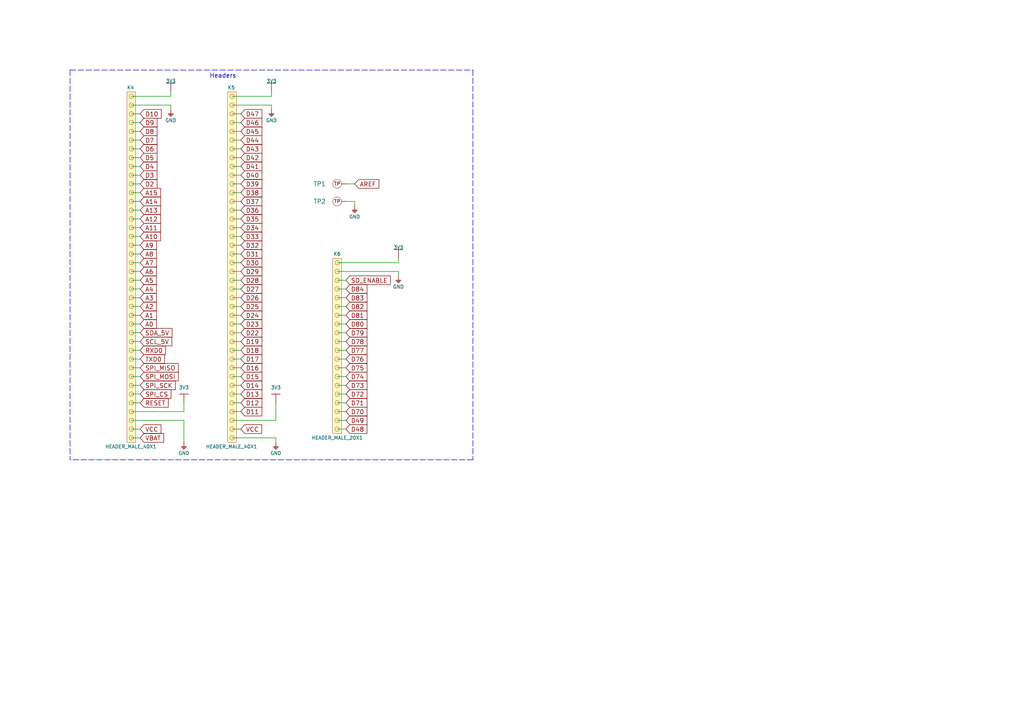
<source format=kicad_sch>
(kicad_sch (version 20211123) (generator eeschema)

  (uuid 2607f048-f20f-471e-86d7-fe7251a131be)

  (paper "A4")

  (title_block
    (title "Dasduino COREPLUS")
    (date "2023-05-25")
    (rev "V1.0.0.")
    (company "SOLDERED")
    (comment 1 "333269")
  )

  (lib_symbols
    (symbol "e-radionica.com schematics:3V3" (power) (pin_names (offset 0)) (in_bom yes) (on_board yes)
      (property "Reference" "#PWR" (id 0) (at 4.445 0 0)
        (effects (font (size 1 1)) hide)
      )
      (property "Value" "3V3" (id 1) (at 0 3.556 0)
        (effects (font (size 1 1)))
      )
      (property "Footprint" "" (id 2) (at 4.445 3.81 0)
        (effects (font (size 1 1)) hide)
      )
      (property "Datasheet" "" (id 3) (at 4.445 3.81 0)
        (effects (font (size 1 1)) hide)
      )
      (property "ki_keywords" "power-flag" (id 4) (at 0 0 0)
        (effects (font (size 1.27 1.27)) hide)
      )
      (property "ki_description" "Power symbol creates a global label with name \"3V3\"" (id 5) (at 0 0 0)
        (effects (font (size 1.27 1.27)) hide)
      )
      (symbol "3V3_0_1"
        (polyline
          (pts
            (xy -1.27 2.54)
            (xy 1.27 2.54)
          )
          (stroke (width 0.16) (type default) (color 0 0 0 0))
          (fill (type none))
        )
        (polyline
          (pts
            (xy 0 0)
            (xy 0 2.54)
          )
          (stroke (width 0) (type default) (color 0 0 0 0))
          (fill (type none))
        )
      )
      (symbol "3V3_1_1"
        (pin power_in line (at 0 0 90) (length 0) hide
          (name "3V3" (effects (font (size 1.27 1.27))))
          (number "1" (effects (font (size 1.27 1.27))))
        )
      )
    )
    (symbol "e-radionica.com schematics:GND" (power) (pin_names (offset 0)) (in_bom yes) (on_board yes)
      (property "Reference" "#PWR" (id 0) (at 4.445 0 0)
        (effects (font (size 1 1)) hide)
      )
      (property "Value" "GND" (id 1) (at 0 -2.921 0)
        (effects (font (size 1 1)))
      )
      (property "Footprint" "" (id 2) (at 4.445 3.81 0)
        (effects (font (size 1 1)) hide)
      )
      (property "Datasheet" "" (id 3) (at 4.445 3.81 0)
        (effects (font (size 1 1)) hide)
      )
      (property "ki_keywords" "power-flag" (id 4) (at 0 0 0)
        (effects (font (size 1.27 1.27)) hide)
      )
      (property "ki_description" "Power symbol creates a global label with name \"GND\"" (id 5) (at 0 0 0)
        (effects (font (size 1.27 1.27)) hide)
      )
      (symbol "GND_0_1"
        (polyline
          (pts
            (xy -0.762 -1.27)
            (xy 0.762 -1.27)
          )
          (stroke (width 0.16) (type default) (color 0 0 0 0))
          (fill (type none))
        )
        (polyline
          (pts
            (xy -0.635 -1.524)
            (xy 0.635 -1.524)
          )
          (stroke (width 0.16) (type default) (color 0 0 0 0))
          (fill (type none))
        )
        (polyline
          (pts
            (xy -0.381 -1.778)
            (xy 0.381 -1.778)
          )
          (stroke (width 0.16) (type default) (color 0 0 0 0))
          (fill (type none))
        )
        (polyline
          (pts
            (xy -0.127 -2.032)
            (xy 0.127 -2.032)
          )
          (stroke (width 0.16) (type default) (color 0 0 0 0))
          (fill (type none))
        )
        (polyline
          (pts
            (xy 0 0)
            (xy 0 -1.27)
          )
          (stroke (width 0.16) (type default) (color 0 0 0 0))
          (fill (type none))
        )
      )
      (symbol "GND_1_1"
        (pin power_in line (at 0 0 270) (length 0) hide
          (name "GND" (effects (font (size 1.27 1.27))))
          (number "1" (effects (font (size 1.27 1.27))))
        )
      )
    )
    (symbol "e-radionica.com schematics:HEADER_MALE_20X1" (pin_numbers hide) (pin_names hide) (in_bom yes) (on_board yes)
      (property "Reference" "K" (id 0) (at 0 26.67 0)
        (effects (font (size 1 1)))
      )
      (property "Value" "HEADER_MALE_20X1" (id 1) (at 0 -26.67 0)
        (effects (font (size 1 1)))
      )
      (property "Footprint" "e-radionica.com footprinti:HEADER_MALE_20x1" (id 2) (at 1.27 -29.21 0)
        (effects (font (size 1 1)) hide)
      )
      (property "Datasheet" "" (id 3) (at 0 8.89 0)
        (effects (font (size 1 1)) hide)
      )
      (symbol "HEADER_MALE_20X1_0_1"
        (rectangle (start -1.27 25.4) (end 1.27 -25.4)
          (stroke (width 0.01) (type default) (color 0 0 0 0))
          (fill (type background))
        )
        (circle (center 0 -24.13) (radius 0.635)
          (stroke (width 0.0006) (type default) (color 0 0 0 0))
          (fill (type none))
        )
        (circle (center 0 -21.59) (radius 0.635)
          (stroke (width 0.0006) (type default) (color 0 0 0 0))
          (fill (type none))
        )
        (circle (center 0 -19.05) (radius 0.635)
          (stroke (width 0.0006) (type default) (color 0 0 0 0))
          (fill (type none))
        )
        (circle (center 0 -16.51) (radius 0.635)
          (stroke (width 0.0006) (type default) (color 0 0 0 0))
          (fill (type none))
        )
        (circle (center 0 -13.97) (radius 0.635)
          (stroke (width 0.0006) (type default) (color 0 0 0 0))
          (fill (type none))
        )
        (circle (center 0 -11.43) (radius 0.635)
          (stroke (width 0.0006) (type default) (color 0 0 0 0))
          (fill (type none))
        )
        (circle (center 0 -8.89) (radius 0.635)
          (stroke (width 0.0006) (type default) (color 0 0 0 0))
          (fill (type none))
        )
        (circle (center 0 -6.35) (radius 0.635)
          (stroke (width 0.0006) (type default) (color 0 0 0 0))
          (fill (type none))
        )
        (circle (center 0 -3.81) (radius 0.635)
          (stroke (width 0.0006) (type default) (color 0 0 0 0))
          (fill (type none))
        )
        (circle (center 0 -1.27) (radius 0.635)
          (stroke (width 0.0006) (type default) (color 0 0 0 0))
          (fill (type none))
        )
        (circle (center 0 1.27) (radius 0.635)
          (stroke (width 0.0006) (type default) (color 0 0 0 0))
          (fill (type none))
        )
        (circle (center 0 3.81) (radius 0.635)
          (stroke (width 0.0006) (type default) (color 0 0 0 0))
          (fill (type none))
        )
        (circle (center 0 6.35) (radius 0.635)
          (stroke (width 0.0006) (type default) (color 0 0 0 0))
          (fill (type none))
        )
        (circle (center 0 8.89) (radius 0.635)
          (stroke (width 0.0006) (type default) (color 0 0 0 0))
          (fill (type none))
        )
        (circle (center 0 11.43) (radius 0.635)
          (stroke (width 0.0006) (type default) (color 0 0 0 0))
          (fill (type none))
        )
        (circle (center 0 13.97) (radius 0.635)
          (stroke (width 0.0006) (type default) (color 0 0 0 0))
          (fill (type none))
        )
        (circle (center 0 16.51) (radius 0.635)
          (stroke (width 0.0006) (type default) (color 0 0 0 0))
          (fill (type none))
        )
        (circle (center 0 19.05) (radius 0.635)
          (stroke (width 0.0006) (type default) (color 0 0 0 0))
          (fill (type none))
        )
        (circle (center 0 21.59) (radius 0.635)
          (stroke (width 0.0006) (type default) (color 0 0 0 0))
          (fill (type none))
        )
        (circle (center 0 24.13) (radius 0.635)
          (stroke (width 0.0006) (type default) (color 0 0 0 0))
          (fill (type none))
        )
      )
      (symbol "HEADER_MALE_20X1_1_1"
        (pin passive line (at 0 -24.13 180) (length 0)
          (name "~" (effects (font (size 0.991 0.991))))
          (number "1" (effects (font (size 0.991 0.991))))
        )
        (pin passive line (at 0 -1.27 180) (length 0)
          (name "~" (effects (font (size 0.991 0.991))))
          (number "10" (effects (font (size 0.991 0.991))))
        )
        (pin passive line (at 0 1.27 180) (length 0)
          (name "~" (effects (font (size 0.991 0.991))))
          (number "11" (effects (font (size 0.991 0.991))))
        )
        (pin passive line (at 0 3.81 180) (length 0)
          (name "~" (effects (font (size 0.991 0.991))))
          (number "12" (effects (font (size 0.991 0.991))))
        )
        (pin passive line (at 0 6.35 180) (length 0)
          (name "~" (effects (font (size 0.991 0.991))))
          (number "13" (effects (font (size 0.991 0.991))))
        )
        (pin passive line (at 0 8.89 180) (length 0)
          (name "~" (effects (font (size 0.991 0.991))))
          (number "14" (effects (font (size 0.991 0.991))))
        )
        (pin passive line (at 0 11.43 180) (length 0)
          (name "~" (effects (font (size 0.991 0.991))))
          (number "15" (effects (font (size 0.991 0.991))))
        )
        (pin passive line (at 0 13.97 180) (length 0)
          (name "~" (effects (font (size 0.991 0.991))))
          (number "16" (effects (font (size 0.991 0.991))))
        )
        (pin passive line (at 0 16.51 180) (length 0)
          (name "~" (effects (font (size 0.991 0.991))))
          (number "17" (effects (font (size 0.991 0.991))))
        )
        (pin passive line (at 0 19.05 180) (length 0)
          (name "~" (effects (font (size 0.991 0.991))))
          (number "18" (effects (font (size 0.991 0.991))))
        )
        (pin passive line (at 0 21.59 180) (length 0)
          (name "~" (effects (font (size 0.991 0.991))))
          (number "19" (effects (font (size 0.991 0.991))))
        )
        (pin passive line (at 0 -21.59 180) (length 0)
          (name "~" (effects (font (size 0.991 0.991))))
          (number "2" (effects (font (size 0.991 0.991))))
        )
        (pin passive line (at 0 24.13 180) (length 0)
          (name "~" (effects (font (size 0.991 0.991))))
          (number "20" (effects (font (size 0.991 0.991))))
        )
        (pin passive line (at 0 -19.05 180) (length 0)
          (name "~" (effects (font (size 0.991 0.991))))
          (number "3" (effects (font (size 0.991 0.991))))
        )
        (pin passive line (at 0 -16.51 180) (length 0)
          (name "~" (effects (font (size 0.991 0.991))))
          (number "4" (effects (font (size 0.991 0.991))))
        )
        (pin passive line (at 0 -13.97 180) (length 0)
          (name "~" (effects (font (size 0.991 0.991))))
          (number "5" (effects (font (size 0.991 0.991))))
        )
        (pin passive line (at 0 -11.43 180) (length 0)
          (name "~" (effects (font (size 0.991 0.991))))
          (number "6" (effects (font (size 0.991 0.991))))
        )
        (pin passive line (at 0 -8.89 180) (length 0)
          (name "~" (effects (font (size 0.991 0.991))))
          (number "7" (effects (font (size 0.991 0.991))))
        )
        (pin passive line (at 0 -6.35 180) (length 0)
          (name "~" (effects (font (size 0.991 0.991))))
          (number "8" (effects (font (size 0.991 0.991))))
        )
        (pin passive line (at 0 -3.81 180) (length 0)
          (name "~" (effects (font (size 0.991 0.991))))
          (number "9" (effects (font (size 0.991 0.991))))
        )
      )
    )
    (symbol "e-radionica.com schematics:HEADER_MALE_40X1" (pin_numbers hide) (pin_names hide) (in_bom yes) (on_board yes)
      (property "Reference" "K" (id 0) (at 0 50.8 0)
        (effects (font (size 1 1)))
      )
      (property "Value" "HEADER_MALE_40X1" (id 1) (at 0 -53.34 0)
        (effects (font (size 1 1)))
      )
      (property "Footprint" "e-radionica.com footprinti:HEADER_MALE_40X1" (id 2) (at 1.27 -55.88 0)
        (effects (font (size 1 1)) hide)
      )
      (property "Datasheet" "" (id 3) (at 0 30.48 0)
        (effects (font (size 1 1)) hide)
      )
      (symbol "HEADER_MALE_40X1_0_1"
        (rectangle (start -1.27 49.53) (end 1.27 -52.07)
          (stroke (width 0.01) (type default) (color 0 0 0 0))
          (fill (type background))
        )
        (circle (center 0 -50.8) (radius 0.635)
          (stroke (width 0.0006) (type default) (color 0 0 0 0))
          (fill (type none))
        )
        (circle (center 0 -48.26) (radius 0.635)
          (stroke (width 0.0006) (type default) (color 0 0 0 0))
          (fill (type none))
        )
        (circle (center 0 -45.72) (radius 0.635)
          (stroke (width 0.0006) (type default) (color 0 0 0 0))
          (fill (type none))
        )
        (circle (center 0 -43.18) (radius 0.635)
          (stroke (width 0.0006) (type default) (color 0 0 0 0))
          (fill (type none))
        )
        (circle (center 0 -40.64) (radius 0.635)
          (stroke (width 0.0006) (type default) (color 0 0 0 0))
          (fill (type none))
        )
        (circle (center 0 -38.1) (radius 0.635)
          (stroke (width 0.0006) (type default) (color 0 0 0 0))
          (fill (type none))
        )
        (circle (center 0 -35.56) (radius 0.635)
          (stroke (width 0.0006) (type default) (color 0 0 0 0))
          (fill (type none))
        )
        (circle (center 0 -33.02) (radius 0.635)
          (stroke (width 0.0006) (type default) (color 0 0 0 0))
          (fill (type none))
        )
        (circle (center 0 -30.48) (radius 0.635)
          (stroke (width 0.0006) (type default) (color 0 0 0 0))
          (fill (type none))
        )
        (circle (center 0 -27.94) (radius 0.635)
          (stroke (width 0.0006) (type default) (color 0 0 0 0))
          (fill (type none))
        )
        (circle (center 0 -25.4) (radius 0.635)
          (stroke (width 0.0006) (type default) (color 0 0 0 0))
          (fill (type none))
        )
        (circle (center 0 -22.86) (radius 0.635)
          (stroke (width 0.0006) (type default) (color 0 0 0 0))
          (fill (type none))
        )
        (circle (center 0 -20.32) (radius 0.635)
          (stroke (width 0.0006) (type default) (color 0 0 0 0))
          (fill (type none))
        )
        (circle (center 0 -17.78) (radius 0.635)
          (stroke (width 0.0006) (type default) (color 0 0 0 0))
          (fill (type none))
        )
        (circle (center 0 -15.24) (radius 0.635)
          (stroke (width 0.0006) (type default) (color 0 0 0 0))
          (fill (type none))
        )
        (circle (center 0 -12.7) (radius 0.635)
          (stroke (width 0.0006) (type default) (color 0 0 0 0))
          (fill (type none))
        )
        (circle (center 0 -10.16) (radius 0.635)
          (stroke (width 0.0006) (type default) (color 0 0 0 0))
          (fill (type none))
        )
        (circle (center 0 -7.62) (radius 0.635)
          (stroke (width 0.0006) (type default) (color 0 0 0 0))
          (fill (type none))
        )
        (circle (center 0 -5.08) (radius 0.635)
          (stroke (width 0.0006) (type default) (color 0 0 0 0))
          (fill (type none))
        )
        (circle (center 0 -2.54) (radius 0.635)
          (stroke (width 0.0006) (type default) (color 0 0 0 0))
          (fill (type none))
        )
        (circle (center 0 0) (radius 0.635)
          (stroke (width 0.0006) (type default) (color 0 0 0 0))
          (fill (type none))
        )
        (circle (center 0 2.54) (radius 0.635)
          (stroke (width 0.0006) (type default) (color 0 0 0 0))
          (fill (type none))
        )
        (circle (center 0 5.08) (radius 0.635)
          (stroke (width 0.0006) (type default) (color 0 0 0 0))
          (fill (type none))
        )
        (circle (center 0 7.62) (radius 0.635)
          (stroke (width 0.0006) (type default) (color 0 0 0 0))
          (fill (type none))
        )
        (circle (center 0 10.16) (radius 0.635)
          (stroke (width 0.0006) (type default) (color 0 0 0 0))
          (fill (type none))
        )
        (circle (center 0 12.7) (radius 0.635)
          (stroke (width 0.0006) (type default) (color 0 0 0 0))
          (fill (type none))
        )
        (circle (center 0 15.24) (radius 0.635)
          (stroke (width 0.0006) (type default) (color 0 0 0 0))
          (fill (type none))
        )
        (circle (center 0 17.78) (radius 0.635)
          (stroke (width 0.0006) (type default) (color 0 0 0 0))
          (fill (type none))
        )
        (circle (center 0 20.32) (radius 0.635)
          (stroke (width 0.0006) (type default) (color 0 0 0 0))
          (fill (type none))
        )
        (circle (center 0 22.86) (radius 0.635)
          (stroke (width 0.0006) (type default) (color 0 0 0 0))
          (fill (type none))
        )
        (circle (center 0 25.4) (radius 0.635)
          (stroke (width 0.0006) (type default) (color 0 0 0 0))
          (fill (type none))
        )
        (circle (center 0 27.94) (radius 0.635)
          (stroke (width 0.0006) (type default) (color 0 0 0 0))
          (fill (type none))
        )
        (circle (center 0 30.48) (radius 0.635)
          (stroke (width 0.0006) (type default) (color 0 0 0 0))
          (fill (type none))
        )
        (circle (center 0 33.02) (radius 0.635)
          (stroke (width 0.0006) (type default) (color 0 0 0 0))
          (fill (type none))
        )
        (circle (center 0 35.56) (radius 0.635)
          (stroke (width 0.0006) (type default) (color 0 0 0 0))
          (fill (type none))
        )
        (circle (center 0 38.1) (radius 0.635)
          (stroke (width 0.0006) (type default) (color 0 0 0 0))
          (fill (type none))
        )
        (circle (center 0 40.64) (radius 0.635)
          (stroke (width 0.0006) (type default) (color 0 0 0 0))
          (fill (type none))
        )
        (circle (center 0 43.18) (radius 0.635)
          (stroke (width 0.0006) (type default) (color 0 0 0 0))
          (fill (type none))
        )
        (circle (center 0 45.72) (radius 0.635)
          (stroke (width 0.0006) (type default) (color 0 0 0 0))
          (fill (type none))
        )
        (circle (center 0 48.26) (radius 0.635)
          (stroke (width 0.0006) (type default) (color 0 0 0 0))
          (fill (type none))
        )
      )
      (symbol "HEADER_MALE_40X1_1_1"
        (pin passive line (at 0 48.26 0) (length 0)
          (name "~" (effects (font (size 0.991 0.991))))
          (number "1" (effects (font (size 0.991 0.991))))
        )
        (pin passive line (at 0 25.4 0) (length 0)
          (name "~" (effects (font (size 0.991 0.991))))
          (number "10" (effects (font (size 0.991 0.991))))
        )
        (pin passive line (at 0 22.86 0) (length 0)
          (name "~" (effects (font (size 0.991 0.991))))
          (number "11" (effects (font (size 0.991 0.991))))
        )
        (pin passive line (at 0 20.32 0) (length 0)
          (name "~" (effects (font (size 0.991 0.991))))
          (number "12" (effects (font (size 0.991 0.991))))
        )
        (pin passive line (at 0 17.78 0) (length 0)
          (name "~" (effects (font (size 0.991 0.991))))
          (number "13" (effects (font (size 0.991 0.991))))
        )
        (pin passive line (at 0 15.24 0) (length 0)
          (name "~" (effects (font (size 0.991 0.991))))
          (number "14" (effects (font (size 0.991 0.991))))
        )
        (pin passive line (at 0 12.7 0) (length 0)
          (name "~" (effects (font (size 0.991 0.991))))
          (number "15" (effects (font (size 0.991 0.991))))
        )
        (pin passive line (at 0 10.16 0) (length 0)
          (name "~" (effects (font (size 0.991 0.991))))
          (number "16" (effects (font (size 0.991 0.991))))
        )
        (pin passive line (at 0 7.62 0) (length 0)
          (name "~" (effects (font (size 0.991 0.991))))
          (number "17" (effects (font (size 0.991 0.991))))
        )
        (pin passive line (at 0 5.08 0) (length 0)
          (name "~" (effects (font (size 0.991 0.991))))
          (number "18" (effects (font (size 0.991 0.991))))
        )
        (pin passive line (at 0 2.54 0) (length 0)
          (name "~" (effects (font (size 0.991 0.991))))
          (number "19" (effects (font (size 0.991 0.991))))
        )
        (pin passive line (at 0 45.72 0) (length 0)
          (name "~" (effects (font (size 0.991 0.991))))
          (number "2" (effects (font (size 0.991 0.991))))
        )
        (pin passive line (at 0 0 0) (length 0)
          (name "~" (effects (font (size 0.991 0.991))))
          (number "20" (effects (font (size 0.991 0.991))))
        )
        (pin passive line (at 0 -2.54 0) (length 0)
          (name "~" (effects (font (size 0.991 0.991))))
          (number "21" (effects (font (size 0.991 0.991))))
        )
        (pin passive line (at 0 -5.08 0) (length 0)
          (name "~" (effects (font (size 0.991 0.991))))
          (number "22" (effects (font (size 0.991 0.991))))
        )
        (pin passive line (at 0 -7.62 0) (length 0)
          (name "~" (effects (font (size 0.991 0.991))))
          (number "23" (effects (font (size 0.991 0.991))))
        )
        (pin passive line (at 0 -10.16 0) (length 0)
          (name "~" (effects (font (size 0.991 0.991))))
          (number "24" (effects (font (size 0.991 0.991))))
        )
        (pin passive line (at 0 -12.7 0) (length 0)
          (name "~" (effects (font (size 0.991 0.991))))
          (number "25" (effects (font (size 0.991 0.991))))
        )
        (pin passive line (at 0 -15.24 0) (length 0)
          (name "~" (effects (font (size 0.991 0.991))))
          (number "26" (effects (font (size 0.991 0.991))))
        )
        (pin passive line (at 0 -17.78 0) (length 0)
          (name "~" (effects (font (size 0.991 0.991))))
          (number "27" (effects (font (size 0.991 0.991))))
        )
        (pin passive line (at 0 -20.32 0) (length 0)
          (name "~" (effects (font (size 0.991 0.991))))
          (number "28" (effects (font (size 0.991 0.991))))
        )
        (pin passive line (at 0 -22.86 0) (length 0)
          (name "~" (effects (font (size 0.991 0.991))))
          (number "29" (effects (font (size 0.991 0.991))))
        )
        (pin passive line (at 0 43.18 0) (length 0)
          (name "~" (effects (font (size 0.991 0.991))))
          (number "3" (effects (font (size 0.991 0.991))))
        )
        (pin passive line (at 0 -25.4 0) (length 0)
          (name "~" (effects (font (size 0.991 0.991))))
          (number "30" (effects (font (size 0.991 0.991))))
        )
        (pin passive line (at 0 -27.94 0) (length 0)
          (name "~" (effects (font (size 0.991 0.991))))
          (number "31" (effects (font (size 0.991 0.991))))
        )
        (pin passive line (at 0 -30.48 0) (length 0)
          (name "~" (effects (font (size 0.991 0.991))))
          (number "32" (effects (font (size 0.991 0.991))))
        )
        (pin passive line (at 0 -33.02 0) (length 0)
          (name "~" (effects (font (size 0.991 0.991))))
          (number "33" (effects (font (size 0.991 0.991))))
        )
        (pin passive line (at 0 -35.56 0) (length 0)
          (name "~" (effects (font (size 0.991 0.991))))
          (number "34" (effects (font (size 0.991 0.991))))
        )
        (pin passive line (at 0 -38.1 0) (length 0)
          (name "~" (effects (font (size 0.991 0.991))))
          (number "35" (effects (font (size 0.991 0.991))))
        )
        (pin passive line (at 0 -40.64 0) (length 0)
          (name "~" (effects (font (size 0.991 0.991))))
          (number "36" (effects (font (size 0.991 0.991))))
        )
        (pin passive line (at 0 -43.18 0) (length 0)
          (name "~" (effects (font (size 0.991 0.991))))
          (number "37" (effects (font (size 0.991 0.991))))
        )
        (pin passive line (at 0 -45.72 0) (length 0)
          (name "~" (effects (font (size 0.991 0.991))))
          (number "38" (effects (font (size 0.991 0.991))))
        )
        (pin passive line (at 0 -48.26 0) (length 0)
          (name "~" (effects (font (size 0.991 0.991))))
          (number "39" (effects (font (size 0.991 0.991))))
        )
        (pin passive line (at 0 40.64 0) (length 0)
          (name "~" (effects (font (size 0.991 0.991))))
          (number "4" (effects (font (size 0.991 0.991))))
        )
        (pin passive line (at 0 -50.8 0) (length 0)
          (name "~" (effects (font (size 0.991 0.991))))
          (number "40" (effects (font (size 0.991 0.991))))
        )
        (pin passive line (at 0 38.1 0) (length 0)
          (name "~" (effects (font (size 0.991 0.991))))
          (number "5" (effects (font (size 0.991 0.991))))
        )
        (pin passive line (at 0 35.56 0) (length 0)
          (name "~" (effects (font (size 0.991 0.991))))
          (number "6" (effects (font (size 0.991 0.991))))
        )
        (pin passive line (at 0 33.02 0) (length 0)
          (name "~" (effects (font (size 0.991 0.991))))
          (number "7" (effects (font (size 0.991 0.991))))
        )
        (pin passive line (at 0 30.48 0) (length 0)
          (name "~" (effects (font (size 0.991 0.991))))
          (number "8" (effects (font (size 0.991 0.991))))
        )
        (pin passive line (at 0 27.94 0) (length 0)
          (name "~" (effects (font (size 0.991 0.991))))
          (number "9" (effects (font (size 0.991 0.991))))
        )
      )
    )
    (symbol "e-radionica.com schematics:Test_Point_SMD_0.8mm" (pin_numbers hide) (pin_names hide) (in_bom yes) (on_board yes)
      (property "Reference" "TP" (id 0) (at 0 2.54 0)
        (effects (font (size 1.27 1.27)))
      )
      (property "Value" "Test_Point_SMD_0.8mm" (id 1) (at 0 -2.54 0)
        (effects (font (size 1.27 1.27)) hide)
      )
      (property "Footprint" "e-radionica.com footprinti:Test_Point_SMD_0.8mm" (id 2) (at -1.27 -5.08 0)
        (effects (font (size 1.27 1.27)) hide)
      )
      (property "Datasheet" "" (id 3) (at -0.635 0 0)
        (effects (font (size 1.27 1.27)) hide)
      )
      (symbol "Test_Point_SMD_0.8mm_0_0"
        (text "TP" (at 0 0 0)
          (effects (font (size 1 1)))
        )
      )
      (symbol "Test_Point_SMD_0.8mm_0_1"
        (circle (center 0 0) (radius 1.27)
          (stroke (width 0.1) (type default) (color 0 0 0 0))
          (fill (type none))
        )
      )
      (symbol "Test_Point_SMD_0.8mm_1_1"
        (pin passive line (at 2.54 0 180) (length 1.27)
          (name "~" (effects (font (size 1 1))))
          (number "TP" (effects (font (size 1 1))))
        )
      )
    )
  )


  (wire (pts (xy 38.1 30.48) (xy 49.53 30.48))
    (stroke (width 0) (type default) (color 0 0 0 0))
    (uuid 00134217-e3c0-4305-be9f-92e99ff940f4)
  )
  (wire (pts (xy 40.64 48.26) (xy 38.1 48.26))
    (stroke (width 0) (type default) (color 0 0 0 0))
    (uuid 035920b6-7ede-43c5-bd4e-e791e5ed849a)
  )
  (wire (pts (xy 67.31 121.92) (xy 80.01 121.92))
    (stroke (width 0) (type default) (color 0 0 0 0))
    (uuid 045f29e0-3307-46ec-ab72-063615e64dff)
  )
  (wire (pts (xy 100.33 93.98) (xy 97.79 93.98))
    (stroke (width 0) (type default) (color 0 0 0 0))
    (uuid 092037ed-c7ba-4477-bb61-c2ab64438cdd)
  )
  (wire (pts (xy 38.1 114.3) (xy 40.64 114.3))
    (stroke (width 0) (type solid) (color 0 0 0 0))
    (uuid 0bee76a3-6db8-4b78-b5fe-ed9aa85157ec)
  )
  (wire (pts (xy 38.1 109.22) (xy 40.64 109.22))
    (stroke (width 0) (type solid) (color 0 0 0 0))
    (uuid 0d14fad6-7b35-4390-b704-ab1e56562a7d)
  )
  (wire (pts (xy 69.85 53.34) (xy 67.31 53.34))
    (stroke (width 0) (type default) (color 0 0 0 0))
    (uuid 0db2d43f-43fa-413f-bb73-0a405837129b)
  )
  (wire (pts (xy 53.34 116.84) (xy 53.34 119.38))
    (stroke (width 0) (type default) (color 0 0 0 0))
    (uuid 0ffd3364-85f0-4d63-95bf-e6585a65e5e5)
  )
  (wire (pts (xy 67.31 109.22) (xy 69.85 109.22))
    (stroke (width 0) (type default) (color 0 0 0 0))
    (uuid 149c2a69-a39f-4687-b0f3-b5591aad6b33)
  )
  (wire (pts (xy 69.85 40.64) (xy 67.31 40.64))
    (stroke (width 0) (type default) (color 0 0 0 0))
    (uuid 16a06a7e-d254-4a9c-a302-c51bdb0a1550)
  )
  (wire (pts (xy 100.33 81.28) (xy 97.79 81.28))
    (stroke (width 0) (type default) (color 0 0 0 0))
    (uuid 2239b50d-a6a6-405e-97b4-d4ce1e3a4a6e)
  )
  (wire (pts (xy 115.57 78.74) (xy 115.57 80.01))
    (stroke (width 0) (type default) (color 0 0 0 0))
    (uuid 2ac84803-d989-4c21-b753-f05a1199b726)
  )
  (wire (pts (xy 49.53 30.48) (xy 49.53 31.75))
    (stroke (width 0) (type default) (color 0 0 0 0))
    (uuid 2d56065f-684a-4165-b0e1-ca322bbb3f18)
  )
  (wire (pts (xy 69.85 68.58) (xy 67.31 68.58))
    (stroke (width 0) (type default) (color 0 0 0 0))
    (uuid 2fc28402-78f0-414a-a7ad-a009190408b3)
  )
  (wire (pts (xy 97.79 76.2) (xy 115.57 76.2))
    (stroke (width 0) (type default) (color 0 0 0 0))
    (uuid 30232234-b76c-4ef5-be01-5b9ed89bac9a)
  )
  (wire (pts (xy 67.31 66.04) (xy 69.85 66.04))
    (stroke (width 0) (type default) (color 0 0 0 0))
    (uuid 3128b09f-a79c-49f4-8c2a-868ad7c68465)
  )
  (wire (pts (xy 38.1 27.94) (xy 49.53 27.94))
    (stroke (width 0) (type default) (color 0 0 0 0))
    (uuid 337fe7a9-0983-4bfb-b52e-2f2a2ce2c207)
  )
  (wire (pts (xy 40.64 68.58) (xy 38.1 68.58))
    (stroke (width 0) (type default) (color 0 0 0 0))
    (uuid 35067d35-fdcc-4eb9-ac44-8d8d5e6f202e)
  )
  (wire (pts (xy 67.31 55.88) (xy 69.85 55.88))
    (stroke (width 0) (type default) (color 0 0 0 0))
    (uuid 365e239f-3bf2-443e-9649-db6182be899c)
  )
  (wire (pts (xy 69.85 48.26) (xy 67.31 48.26))
    (stroke (width 0) (type default) (color 0 0 0 0))
    (uuid 375b880e-99be-496d-80fc-c225095047ad)
  )
  (wire (pts (xy 69.85 63.5) (xy 67.31 63.5))
    (stroke (width 0) (type default) (color 0 0 0 0))
    (uuid 3865d165-0f96-467e-bcf4-a991e740be7e)
  )
  (wire (pts (xy 100.33 53.34) (xy 102.87 53.34))
    (stroke (width 0) (type default) (color 0 0 0 0))
    (uuid 3ab567b5-9cda-49cd-aa95-3deae52015d2)
  )
  (wire (pts (xy 97.79 96.52) (xy 100.33 96.52))
    (stroke (width 0) (type default) (color 0 0 0 0))
    (uuid 3ad6a7b4-4954-4703-acc8-e0f1e222a584)
  )
  (wire (pts (xy 38.1 71.12) (xy 40.64 71.12))
    (stroke (width 0) (type default) (color 0 0 0 0))
    (uuid 3bb586b4-db3e-4c20-a543-970ce24688f9)
  )
  (wire (pts (xy 38.1 60.96) (xy 40.64 60.96))
    (stroke (width 0) (type default) (color 0 0 0 0))
    (uuid 3c0f1478-ccff-4766-bef2-a3ae3c58ed26)
  )
  (wire (pts (xy 80.01 116.84) (xy 80.01 121.92))
    (stroke (width 0) (type default) (color 0 0 0 0))
    (uuid 3d9e546c-3086-43dc-be44-fcc39a73206d)
  )
  (wire (pts (xy 67.31 43.18) (xy 69.85 43.18))
    (stroke (width 0) (type default) (color 0 0 0 0))
    (uuid 3dda2667-307d-4487-b84b-006ff1f6afd7)
  )
  (wire (pts (xy 49.53 26.67) (xy 49.53 27.94))
    (stroke (width 0) (type default) (color 0 0 0 0))
    (uuid 443924cf-d193-466f-a5e4-24c7c9a6fdc9)
  )
  (wire (pts (xy 53.34 128.27) (xy 53.34 121.92))
    (stroke (width 0) (type default) (color 0 0 0 0))
    (uuid 4b637f9f-5d7e-4347-8fef-7c002957c77b)
  )
  (wire (pts (xy 67.31 50.8) (xy 69.85 50.8))
    (stroke (width 0) (type default) (color 0 0 0 0))
    (uuid 52fce5a8-b7ae-4adc-8f25-74eb9f0c49a9)
  )
  (wire (pts (xy 38.1 86.36) (xy 40.64 86.36))
    (stroke (width 0) (type default) (color 0 0 0 0))
    (uuid 5566d3ba-7325-4df6-9b8d-85949daa24e5)
  )
  (wire (pts (xy 100.33 99.06) (xy 97.79 99.06))
    (stroke (width 0) (type default) (color 0 0 0 0))
    (uuid 570c5951-08de-46bf-88c8-aec6519e10fe)
  )
  (wire (pts (xy 69.85 83.82) (xy 67.31 83.82))
    (stroke (width 0) (type default) (color 0 0 0 0))
    (uuid 59263314-86b9-42af-806e-483db7823402)
  )
  (wire (pts (xy 69.85 106.68) (xy 67.31 106.68))
    (stroke (width 0) (type default) (color 0 0 0 0))
    (uuid 5e6d8f90-193b-4c61-a99b-14cd14351c08)
  )
  (wire (pts (xy 38.1 121.92) (xy 53.34 121.92))
    (stroke (width 0) (type default) (color 0 0 0 0))
    (uuid 5ff28785-4594-45e5-8438-f9f24231d21a)
  )
  (wire (pts (xy 69.85 35.56) (xy 67.31 35.56))
    (stroke (width 0) (type default) (color 0 0 0 0))
    (uuid 603e9c46-9743-4598-9bcf-c4cfeb595ea3)
  )
  (wire (pts (xy 38.1 124.46) (xy 40.64 124.46))
    (stroke (width 0) (type solid) (color 0 0 0 0))
    (uuid 616137a9-4c1c-46b7-bb70-885d4f55a3fa)
  )
  (wire (pts (xy 67.31 27.94) (xy 78.74 27.94))
    (stroke (width 0) (type default) (color 0 0 0 0))
    (uuid 62cde0eb-3ea5-4f95-acee-4be5aa992b4c)
  )
  (wire (pts (xy 67.31 60.96) (xy 69.85 60.96))
    (stroke (width 0) (type default) (color 0 0 0 0))
    (uuid 62ef7521-8200-4095-88b6-a6895ec1dbc8)
  )
  (polyline (pts (xy 137.16 20.32) (xy 137.16 133.35))
    (stroke (width 0) (type dash) (color 0 0 0 0))
    (uuid 663b10c5-c86a-4e03-ac77-eece22f68466)
  )

  (wire (pts (xy 100.33 101.6) (xy 97.79 101.6))
    (stroke (width 0) (type default) (color 0 0 0 0))
    (uuid 6659ddf4-be54-4fa2-b84f-82a9c66f3a5a)
  )
  (wire (pts (xy 67.31 30.48) (xy 78.74 30.48))
    (stroke (width 0) (type default) (color 0 0 0 0))
    (uuid 68a5f679-f254-466a-b1e6-bbdaaeb144c8)
  )
  (wire (pts (xy 100.33 86.36) (xy 97.79 86.36))
    (stroke (width 0) (type default) (color 0 0 0 0))
    (uuid 694c72a2-c893-477a-bdfa-19090af60731)
  )
  (polyline (pts (xy 20.32 20.32) (xy 137.16 20.32))
    (stroke (width 0) (type dash) (color 0 0 0 0))
    (uuid 6cfba1fe-2a08-4f45-9c43-f1f86d3601ee)
  )

  (wire (pts (xy 38.1 104.14) (xy 40.64 104.14))
    (stroke (width 0) (type solid) (color 0 0 0 0))
    (uuid 6d2073a0-5b7d-4038-80bd-4747936a26af)
  )
  (wire (pts (xy 100.33 83.82) (xy 97.79 83.82))
    (stroke (width 0) (type default) (color 0 0 0 0))
    (uuid 6e2febce-b67d-4f33-b754-496326669c78)
  )
  (wire (pts (xy 40.64 93.98) (xy 38.1 93.98))
    (stroke (width 0) (type default) (color 0 0 0 0))
    (uuid 7058cd88-576d-45b6-a872-204062b8c417)
  )
  (wire (pts (xy 69.85 91.44) (xy 67.31 91.44))
    (stroke (width 0) (type default) (color 0 0 0 0))
    (uuid 72e453ca-c756-4726-856d-0754243af594)
  )
  (polyline (pts (xy 137.16 133.35) (xy 20.32 133.35))
    (stroke (width 0) (type dash) (color 0 0 0 0))
    (uuid 72e5d030-78cd-413c-ba68-e32d27c49d65)
  )

  (wire (pts (xy 97.79 121.92) (xy 100.33 121.92))
    (stroke (width 0) (type default) (color 0 0 0 0))
    (uuid 761b2b9c-ea90-4374-b2eb-240de0052bfa)
  )
  (wire (pts (xy 100.33 58.42) (xy 102.87 58.42))
    (stroke (width 0) (type default) (color 0 0 0 0))
    (uuid 7f07d689-f021-4e8e-8804-8f28ef722745)
  )
  (wire (pts (xy 69.85 58.42) (xy 67.31 58.42))
    (stroke (width 0) (type default) (color 0 0 0 0))
    (uuid 7fd48051-27dc-466f-acf7-969a501b897f)
  )
  (polyline (pts (xy 20.32 20.32) (xy 20.32 133.35))
    (stroke (width 0) (type dash) (color 0 0 0 0))
    (uuid 7fe252a5-5673-444a-a6d7-244525457a21)
  )

  (wire (pts (xy 69.85 96.52) (xy 67.31 96.52))
    (stroke (width 0) (type default) (color 0 0 0 0))
    (uuid 8016a735-21a2-40cb-b234-34e215711400)
  )
  (wire (pts (xy 40.64 76.2) (xy 38.1 76.2))
    (stroke (width 0) (type default) (color 0 0 0 0))
    (uuid 829fdfed-0d20-4f01-931e-f8060b97b960)
  )
  (wire (pts (xy 67.31 38.1) (xy 69.85 38.1))
    (stroke (width 0) (type default) (color 0 0 0 0))
    (uuid 84232229-ec40-4a4a-9f51-dbeba0b55a99)
  )
  (wire (pts (xy 97.79 104.14) (xy 100.33 104.14))
    (stroke (width 0) (type default) (color 0 0 0 0))
    (uuid 8480bd0a-9533-4798-842e-a86ff6919992)
  )
  (wire (pts (xy 69.85 33.02) (xy 67.31 33.02))
    (stroke (width 0) (type default) (color 0 0 0 0))
    (uuid 888d852b-1a01-428f-9482-b0fd022cea6e)
  )
  (wire (pts (xy 40.64 45.72) (xy 38.1 45.72))
    (stroke (width 0) (type default) (color 0 0 0 0))
    (uuid 88c770fb-bf49-4efa-8d65-3306b25530f4)
  )
  (wire (pts (xy 69.85 111.76) (xy 67.31 111.76))
    (stroke (width 0) (type default) (color 0 0 0 0))
    (uuid 89078719-2c13-475e-8246-ee70f5d968ea)
  )
  (wire (pts (xy 67.31 116.84) (xy 69.85 116.84))
    (stroke (width 0) (type default) (color 0 0 0 0))
    (uuid 895b8198-f48a-4ffd-885c-d6cadb6c303d)
  )
  (wire (pts (xy 97.79 78.74) (xy 115.57 78.74))
    (stroke (width 0) (type default) (color 0 0 0 0))
    (uuid 8ac7cd8b-f76c-47e5-a13c-d603165bca61)
  )
  (wire (pts (xy 40.64 43.18) (xy 38.1 43.18))
    (stroke (width 0) (type default) (color 0 0 0 0))
    (uuid 8afafbab-1901-4ae6-8c89-f88e663884f2)
  )
  (wire (pts (xy 38.1 35.56) (xy 40.64 35.56))
    (stroke (width 0) (type default) (color 0 0 0 0))
    (uuid 8b618a30-ab0e-40a5-bf73-e58a0caf1ed2)
  )
  (wire (pts (xy 67.31 127) (xy 80.01 127))
    (stroke (width 0) (type default) (color 0 0 0 0))
    (uuid 8d52c53c-b22d-41bf-86c8-50e124375103)
  )
  (wire (pts (xy 38.1 101.6) (xy 40.64 101.6))
    (stroke (width 0) (type solid) (color 0 0 0 0))
    (uuid 8eb33e58-ef11-4de9-83dd-734692e4951c)
  )
  (wire (pts (xy 67.31 99.06) (xy 69.85 99.06))
    (stroke (width 0) (type default) (color 0 0 0 0))
    (uuid 8fe46801-5eb9-43af-ac07-01eb6f42e8df)
  )
  (wire (pts (xy 38.1 99.06) (xy 40.64 99.06))
    (stroke (width 0) (type solid) (color 0 0 0 0))
    (uuid 9048b42f-cf1a-4f3c-8d81-d8a85a7ffed4)
  )
  (wire (pts (xy 97.79 88.9) (xy 100.33 88.9))
    (stroke (width 0) (type default) (color 0 0 0 0))
    (uuid 90b66177-b39c-48ff-a77f-2961a915a25a)
  )
  (wire (pts (xy 69.85 73.66) (xy 67.31 73.66))
    (stroke (width 0) (type default) (color 0 0 0 0))
    (uuid 9379da7b-d776-4506-b25b-8d772d29bba2)
  )
  (wire (pts (xy 100.33 91.44) (xy 97.79 91.44))
    (stroke (width 0) (type default) (color 0 0 0 0))
    (uuid 980a298f-6e96-4bf1-85ed-f85d4e326bc7)
  )
  (wire (pts (xy 38.1 119.38) (xy 53.34 119.38))
    (stroke (width 0) (type default) (color 0 0 0 0))
    (uuid 982fbba6-e290-4ab7-bd99-d3b6fccf99ec)
  )
  (wire (pts (xy 40.64 53.34) (xy 38.1 53.34))
    (stroke (width 0) (type default) (color 0 0 0 0))
    (uuid 995c17ef-d578-4485-9d3e-659c546bd7ff)
  )
  (wire (pts (xy 38.1 83.82) (xy 40.64 83.82))
    (stroke (width 0) (type default) (color 0 0 0 0))
    (uuid 99e7e40a-cd63-4cea-95ee-06ab8a393159)
  )
  (wire (pts (xy 69.85 45.72) (xy 67.31 45.72))
    (stroke (width 0) (type default) (color 0 0 0 0))
    (uuid 9bd6427a-0625-48f2-87ec-a51c05624473)
  )
  (wire (pts (xy 38.1 111.76) (xy 40.64 111.76))
    (stroke (width 0) (type solid) (color 0 0 0 0))
    (uuid 9be27fe7-a5a8-40e5-9fdc-3cd161c754f5)
  )
  (wire (pts (xy 100.33 106.68) (xy 97.79 106.68))
    (stroke (width 0) (type default) (color 0 0 0 0))
    (uuid a07e6b80-7f1f-4782-99af-e0140ff93210)
  )
  (wire (pts (xy 100.33 114.3) (xy 97.79 114.3))
    (stroke (width 0) (type default) (color 0 0 0 0))
    (uuid a1877f57-2380-4628-99c8-c7ebf731c5db)
  )
  (wire (pts (xy 69.85 119.38) (xy 67.31 119.38))
    (stroke (width 0) (type default) (color 0 0 0 0))
    (uuid a3145b3a-f81e-48ad-b0d2-ac6aa84c8d41)
  )
  (wire (pts (xy 40.64 50.8) (xy 38.1 50.8))
    (stroke (width 0) (type default) (color 0 0 0 0))
    (uuid a4815ea3-b30a-431e-8ac8-9bf573eb95be)
  )
  (wire (pts (xy 69.85 76.2) (xy 67.31 76.2))
    (stroke (width 0) (type default) (color 0 0 0 0))
    (uuid ad09681c-2a03-4231-ac0d-d37118572620)
  )
  (wire (pts (xy 100.33 116.84) (xy 97.79 116.84))
    (stroke (width 0) (type default) (color 0 0 0 0))
    (uuid ad5541d3-3a52-4001-9308-af2b1b22a801)
  )
  (wire (pts (xy 67.31 81.28) (xy 69.85 81.28))
    (stroke (width 0) (type default) (color 0 0 0 0))
    (uuid b9d1e224-6ae2-4d6e-87d6-3d611e4235ad)
  )
  (wire (pts (xy 38.1 78.74) (xy 40.64 78.74))
    (stroke (width 0) (type default) (color 0 0 0 0))
    (uuid baffd840-b963-4e23-9656-788e6a616d45)
  )
  (wire (pts (xy 38.1 66.04) (xy 40.64 66.04))
    (stroke (width 0) (type default) (color 0 0 0 0))
    (uuid be1ac3a4-0765-4178-a3b0-a642b3e603ce)
  )
  (wire (pts (xy 40.64 55.88) (xy 38.1 55.88))
    (stroke (width 0) (type default) (color 0 0 0 0))
    (uuid c0ca78cd-5f02-49be-84d5-f233de314dbe)
  )
  (wire (pts (xy 102.87 58.42) (xy 102.87 59.69))
    (stroke (width 0) (type default) (color 0 0 0 0))
    (uuid c0cace6f-6eb0-4be4-a6f0-8bf39fe1fb7c)
  )
  (wire (pts (xy 100.33 111.76) (xy 97.79 111.76))
    (stroke (width 0) (type default) (color 0 0 0 0))
    (uuid c287303f-079a-48fa-9de5-7a76e79aaf95)
  )
  (wire (pts (xy 40.64 81.28) (xy 38.1 81.28))
    (stroke (width 0) (type default) (color 0 0 0 0))
    (uuid c3a72ab6-bc6f-495c-ac9e-55ae45e064ff)
  )
  (wire (pts (xy 40.64 58.42) (xy 38.1 58.42))
    (stroke (width 0) (type default) (color 0 0 0 0))
    (uuid c44c18d0-3177-4201-8705-7f8f337e3dbf)
  )
  (wire (pts (xy 38.1 106.68) (xy 40.64 106.68))
    (stroke (width 0) (type solid) (color 0 0 0 0))
    (uuid c61ea34e-f411-48cd-8a52-f6e758f92532)
  )
  (wire (pts (xy 38.1 40.64) (xy 40.64 40.64))
    (stroke (width 0) (type default) (color 0 0 0 0))
    (uuid c97dc657-0e53-4aae-b217-b0d85e6319c1)
  )
  (wire (pts (xy 40.64 38.1) (xy 38.1 38.1))
    (stroke (width 0) (type default) (color 0 0 0 0))
    (uuid ca35c102-51ae-4014-bf81-2bf2a1934444)
  )
  (wire (pts (xy 40.64 63.5) (xy 38.1 63.5))
    (stroke (width 0) (type default) (color 0 0 0 0))
    (uuid ca8f710f-5e89-446e-bea4-35a8de25c40e)
  )
  (wire (pts (xy 38.1 73.66) (xy 40.64 73.66))
    (stroke (width 0) (type default) (color 0 0 0 0))
    (uuid d19ca699-addd-4426-af5f-88ae55dfc803)
  )
  (wire (pts (xy 69.85 86.36) (xy 67.31 86.36))
    (stroke (width 0) (type default) (color 0 0 0 0))
    (uuid d5a5757d-6068-4f34-8c56-48483d58fe1e)
  )
  (wire (pts (xy 69.85 104.14) (xy 67.31 104.14))
    (stroke (width 0) (type default) (color 0 0 0 0))
    (uuid d5a97e44-9ac4-44bd-ac6b-ce9679293565)
  )
  (wire (pts (xy 78.74 26.67) (xy 78.74 27.94))
    (stroke (width 0) (type default) (color 0 0 0 0))
    (uuid d5f6fe4e-01d3-4cee-a805-76d6131281b1)
  )
  (wire (pts (xy 40.64 88.9) (xy 38.1 88.9))
    (stroke (width 0) (type default) (color 0 0 0 0))
    (uuid d6049938-e060-47c7-bcdd-9e5c063bdc75)
  )
  (wire (pts (xy 115.57 74.93) (xy 115.57 76.2))
    (stroke (width 0) (type default) (color 0 0 0 0))
    (uuid d6bb1a6b-4590-4231-aa30-4b6102662c16)
  )
  (wire (pts (xy 69.85 114.3) (xy 67.31 114.3))
    (stroke (width 0) (type default) (color 0 0 0 0))
    (uuid d7d96b38-1c9d-4219-bcb7-1828225da99d)
  )
  (wire (pts (xy 69.85 124.46) (xy 67.31 124.46))
    (stroke (width 0) (type default) (color 0 0 0 0))
    (uuid daf9da28-0f62-4030-a96d-6aecd6fce210)
  )
  (wire (pts (xy 69.85 101.6) (xy 67.31 101.6))
    (stroke (width 0) (type default) (color 0 0 0 0))
    (uuid db7fd1dc-76b5-4226-9f85-4f16dc7adc30)
  )
  (wire (pts (xy 40.64 91.44) (xy 38.1 91.44))
    (stroke (width 0) (type default) (color 0 0 0 0))
    (uuid dc8d4b7a-2cc2-456a-9ed4-f211f792972e)
  )
  (wire (pts (xy 69.85 88.9) (xy 67.31 88.9))
    (stroke (width 0) (type default) (color 0 0 0 0))
    (uuid e0283cda-7880-482f-bb4d-da2db7597b90)
  )
  (wire (pts (xy 97.79 109.22) (xy 100.33 109.22))
    (stroke (width 0) (type default) (color 0 0 0 0))
    (uuid e36c809f-8d7d-44f3-92b6-bccfadebfd72)
  )
  (wire (pts (xy 40.64 33.02) (xy 38.1 33.02))
    (stroke (width 0) (type default) (color 0 0 0 0))
    (uuid e395c597-f6a1-470c-ba8a-865514619f46)
  )
  (wire (pts (xy 100.33 124.46) (xy 97.79 124.46))
    (stroke (width 0) (type default) (color 0 0 0 0))
    (uuid e7afc6e0-fd8e-4575-9192-791a5fc65e47)
  )
  (wire (pts (xy 100.33 119.38) (xy 97.79 119.38))
    (stroke (width 0) (type default) (color 0 0 0 0))
    (uuid ec92ba2d-f1a7-4584-8f91-d3a1f1b4a426)
  )
  (wire (pts (xy 38.1 116.84) (xy 40.64 116.84))
    (stroke (width 0) (type solid) (color 0 0 0 0))
    (uuid f04df422-ec11-44fc-9970-7659134a0563)
  )
  (wire (pts (xy 78.74 31.75) (xy 78.74 30.48))
    (stroke (width 0) (type default) (color 0 0 0 0))
    (uuid f298b649-6290-4849-b01d-2da97c672127)
  )
  (wire (pts (xy 69.85 71.12) (xy 67.31 71.12))
    (stroke (width 0) (type default) (color 0 0 0 0))
    (uuid f938e542-e2cb-4368-9c30-bee443c67c7c)
  )
  (wire (pts (xy 69.85 93.98) (xy 67.31 93.98))
    (stroke (width 0) (type default) (color 0 0 0 0))
    (uuid fa003acd-1f91-4e55-95ee-97c681a6334f)
  )
  (wire (pts (xy 67.31 78.74) (xy 69.85 78.74))
    (stroke (width 0) (type default) (color 0 0 0 0))
    (uuid fa1fdad1-408f-4a26-9f39-e36ec82d2922)
  )
  (wire (pts (xy 38.1 127) (xy 40.64 127))
    (stroke (width 0) (type solid) (color 0 0 0 0))
    (uuid fcebbb83-11d6-4ed2-8dea-229b75f52f02)
  )
  (wire (pts (xy 80.01 128.27) (xy 80.01 127))
    (stroke (width 0) (type default) (color 0 0 0 0))
    (uuid febfbf12-75f6-4335-98aa-ab87ebbc871e)
  )
  (wire (pts (xy 38.1 96.52) (xy 40.64 96.52))
    (stroke (width 0) (type solid) (color 0 0 0 0))
    (uuid ffbde285-3ff0-4208-a1a5-53eb0916706e)
  )

  (text "Headers" (at 68.58 22.86 180)
    (effects (font (size 1.27 1.27)) (justify right bottom))
    (uuid 1d25a575-afb0-461b-9884-5f1fdd4ab66e)
  )

  (global_label "D40" (shape input) (at 69.85 50.8 0) (fields_autoplaced)
    (effects (font (size 1.27 1.27)) (justify left))
    (uuid 01831584-bef9-4423-be7c-c0b1372c5f8c)
    (property "Intersheet References" "${INTERSHEET_REFS}" (id 0) (at 76.1426 50.8794 0)
      (effects (font (size 1.27 1.27)) (justify left) hide)
    )
  )
  (global_label "D43" (shape input) (at 69.85 43.18 0) (fields_autoplaced)
    (effects (font (size 1.27 1.27)) (justify left))
    (uuid 01a7d220-e15f-466d-a939-94c3bf93acf0)
    (property "Intersheet References" "${INTERSHEET_REFS}" (id 0) (at 76.1426 43.1006 0)
      (effects (font (size 1.27 1.27)) (justify left) hide)
    )
  )
  (global_label "D2" (shape input) (at 40.64 53.34 0)
    (effects (font (size 1.27 1.27)) (justify left))
    (uuid 07b94a01-8211-4227-a65d-ffa26004f8fd)
    (property "Intersheet References" "${INTERSHEET_REFS}" (id 0) (at 47.0566 53.2606 0)
      (effects (font (size 1.27 1.27)) (justify left) hide)
    )
  )
  (global_label "D84" (shape input) (at 100.33 83.82 0) (fields_autoplaced)
    (effects (font (size 1.27 1.27)) (justify left))
    (uuid 09e0931a-55dc-40b0-857b-79c534f3f816)
    (property "Intersheet References" "${INTERSHEET_REFS}" (id 0) (at 106.6226 83.7406 0)
      (effects (font (size 1.27 1.27)) (justify left) hide)
    )
  )
  (global_label "D70" (shape input) (at 100.33 119.38 0) (fields_autoplaced)
    (effects (font (size 1.27 1.27)) (justify left))
    (uuid 0a0d0225-fa22-498b-b35c-c9bccfef2893)
    (property "Intersheet References" "${INTERSHEET_REFS}" (id 0) (at 106.6226 119.3006 0)
      (effects (font (size 1.27 1.27)) (justify left) hide)
    )
  )
  (global_label "D31" (shape input) (at 69.85 73.66 0) (fields_autoplaced)
    (effects (font (size 1.27 1.27)) (justify left))
    (uuid 20cb1aab-6c80-46a9-99a6-d6dbfb0acd46)
    (property "Intersheet References" "${INTERSHEET_REFS}" (id 0) (at 76.1426 73.7394 0)
      (effects (font (size 1.27 1.27)) (justify left) hide)
    )
  )
  (global_label "A11" (shape input) (at 40.64 66.04 0)
    (effects (font (size 1.27 1.27)) (justify left))
    (uuid 22b0a6c7-2ac5-4fb7-b894-db54597a8eb7)
    (property "Intersheet References" "${INTERSHEET_REFS}" (id 0) (at 46.8752 66.1194 0)
      (effects (font (size 1.27 1.27)) (justify left) hide)
    )
  )
  (global_label "D44" (shape input) (at 69.85 40.64 0) (fields_autoplaced)
    (effects (font (size 1.27 1.27)) (justify left))
    (uuid 242ea3fc-5104-4549-a550-b16b1391df45)
    (property "Intersheet References" "${INTERSHEET_REFS}" (id 0) (at 76.1426 40.5606 0)
      (effects (font (size 1.27 1.27)) (justify left) hide)
    )
  )
  (global_label "D13" (shape input) (at 69.85 114.3 0)
    (effects (font (size 1.27 1.27)) (justify left))
    (uuid 297716e0-2d58-46f6-994b-5b230aa0609f)
    (property "Intersheet References" "${INTERSHEET_REFS}" (id 0) (at 77.4761 114.3794 0)
      (effects (font (size 1.27 1.27)) (justify left) hide)
    )
  )
  (global_label "A10" (shape input) (at 40.64 68.58 0)
    (effects (font (size 1.27 1.27)) (justify left))
    (uuid 2c6b4da4-e73a-43ca-af89-596c6d132fa8)
    (property "Intersheet References" "${INTERSHEET_REFS}" (id 0) (at 46.8752 68.6594 0)
      (effects (font (size 1.27 1.27)) (justify left) hide)
    )
  )
  (global_label "A1" (shape input) (at 40.64 91.44 0)
    (effects (font (size 1.27 1.27)) (justify left))
    (uuid 34ef0446-d250-4c6c-bb4b-ba248f187efc)
    (property "Intersheet References" "${INTERSHEET_REFS}" (id 0) (at 46.8752 91.5194 0)
      (effects (font (size 1.27 1.27)) (justify left) hide)
    )
  )
  (global_label "D80" (shape input) (at 100.33 93.98 0) (fields_autoplaced)
    (effects (font (size 1.27 1.27)) (justify left))
    (uuid 4270dcdf-1079-4346-859f-b76d3355411c)
    (property "Intersheet References" "${INTERSHEET_REFS}" (id 0) (at 106.6226 93.9006 0)
      (effects (font (size 1.27 1.27)) (justify left) hide)
    )
  )
  (global_label "D26" (shape input) (at 69.85 86.36 0) (fields_autoplaced)
    (effects (font (size 1.27 1.27)) (justify left))
    (uuid 42a9471f-1441-43a1-89bf-88853cf39cc9)
    (property "Intersheet References" "${INTERSHEET_REFS}" (id 0) (at 76.1426 86.2806 0)
      (effects (font (size 1.27 1.27)) (justify left) hide)
    )
  )
  (global_label "SD_ENABLE" (shape input) (at 100.33 81.28 0) (fields_autoplaced)
    (effects (font (size 1.27 1.27)) (justify left))
    (uuid 45d0ad4c-9c42-44b4-b1b0-1a3051d6e1f5)
    (property "Intersheet References" "${INTERSHEET_REFS}" (id 0) (at 113.2055 81.3594 0)
      (effects (font (size 1.27 1.27)) (justify left) hide)
    )
  )
  (global_label "D6" (shape input) (at 40.64 43.18 0)
    (effects (font (size 1.27 1.27)) (justify left))
    (uuid 4ee28c49-df00-4402-83e6-73b811d7d954)
    (property "Intersheet References" "${INTERSHEET_REFS}" (id 0) (at 47.0566 43.2594 0)
      (effects (font (size 1.27 1.27)) (justify left) hide)
    )
  )
  (global_label "D7" (shape input) (at 40.64 40.64 0)
    (effects (font (size 1.27 1.27)) (justify left))
    (uuid 50946f80-cf27-469c-816a-c475d18ab5d0)
    (property "Intersheet References" "${INTERSHEET_REFS}" (id 0) (at 47.0566 40.7194 0)
      (effects (font (size 1.27 1.27)) (justify left) hide)
    )
  )
  (global_label "D14" (shape input) (at 69.85 111.76 0) (fields_autoplaced)
    (effects (font (size 1.27 1.27)) (justify left))
    (uuid 53f82748-2e55-438a-8c10-8611b9ab1033)
    (property "Intersheet References" "${INTERSHEET_REFS}" (id 0) (at 76.1426 111.6806 0)
      (effects (font (size 1.27 1.27)) (justify left) hide)
    )
  )
  (global_label "D41" (shape input) (at 69.85 48.26 0) (fields_autoplaced)
    (effects (font (size 1.27 1.27)) (justify left))
    (uuid 5671ee13-03cd-4aa7-b0bd-d9a9f8428395)
    (property "Intersheet References" "${INTERSHEET_REFS}" (id 0) (at 76.1426 48.3394 0)
      (effects (font (size 1.27 1.27)) (justify left) hide)
    )
  )
  (global_label "D25" (shape input) (at 69.85 88.9 0) (fields_autoplaced)
    (effects (font (size 1.27 1.27)) (justify left))
    (uuid 57688f91-93f9-4bff-a6d0-f4778d4aa498)
    (property "Intersheet References" "${INTERSHEET_REFS}" (id 0) (at 76.1426 88.8206 0)
      (effects (font (size 1.27 1.27)) (justify left) hide)
    )
  )
  (global_label "SPI_SCK" (shape input) (at 40.64 111.76 0)
    (effects (font (size 1.27 1.27)) (justify left))
    (uuid 5d42dee4-8bd9-4abe-afc2-6abe94977435)
    (property "Intersheet References" "${INTERSHEET_REFS}" (id 0) (at 52.3785 111.6806 0)
      (effects (font (size 1.27 1.27)) (justify left) hide)
    )
  )
  (global_label "D23" (shape input) (at 69.85 93.98 0) (fields_autoplaced)
    (effects (font (size 1.27 1.27)) (justify left))
    (uuid 5e1e6ec9-b86d-4ea4-976b-28c29b48e83e)
    (property "Intersheet References" "${INTERSHEET_REFS}" (id 0) (at 76.1426 94.0594 0)
      (effects (font (size 1.27 1.27)) (justify left) hide)
    )
  )
  (global_label "D47" (shape input) (at 69.85 33.02 0) (fields_autoplaced)
    (effects (font (size 1.27 1.27)) (justify left))
    (uuid 5ed5df05-b996-4e1d-b303-3aa5b551e496)
    (property "Intersheet References" "${INTERSHEET_REFS}" (id 0) (at 76.1426 32.9406 0)
      (effects (font (size 1.27 1.27)) (justify left) hide)
    )
  )
  (global_label "D71" (shape input) (at 100.33 116.84 0) (fields_autoplaced)
    (effects (font (size 1.27 1.27)) (justify left))
    (uuid 60056009-c7d7-4f11-a600-8b9ecebe9e5e)
    (property "Intersheet References" "${INTERSHEET_REFS}" (id 0) (at 106.6226 116.7606 0)
      (effects (font (size 1.27 1.27)) (justify left) hide)
    )
  )
  (global_label "A15" (shape input) (at 40.64 55.88 0)
    (effects (font (size 1.27 1.27)) (justify left))
    (uuid 63dafd97-3623-4e6f-8af6-443a2bda7535)
    (property "Intersheet References" "${INTERSHEET_REFS}" (id 0) (at 46.8752 55.9594 0)
      (effects (font (size 1.27 1.27)) (justify left) hide)
    )
  )
  (global_label "D35" (shape input) (at 69.85 63.5 0) (fields_autoplaced)
    (effects (font (size 1.27 1.27)) (justify left))
    (uuid 64ed4dff-e7c5-4ea9-8a51-a8fd674f6f43)
    (property "Intersheet References" "${INTERSHEET_REFS}" (id 0) (at 76.1426 63.5794 0)
      (effects (font (size 1.27 1.27)) (justify left) hide)
    )
  )
  (global_label "D24" (shape input) (at 69.85 91.44 0) (fields_autoplaced)
    (effects (font (size 1.27 1.27)) (justify left))
    (uuid 662a8a5b-2b6f-417a-943f-46e767a55a29)
    (property "Intersheet References" "${INTERSHEET_REFS}" (id 0) (at 76.1426 91.5194 0)
      (effects (font (size 1.27 1.27)) (justify left) hide)
    )
  )
  (global_label "D12" (shape input) (at 69.85 116.84 0) (fields_autoplaced)
    (effects (font (size 1.27 1.27)) (justify left))
    (uuid 69d13859-0754-4c96-aca4-07e337ea2639)
    (property "Intersheet References" "${INTERSHEET_REFS}" (id 0) (at 76.1426 116.9194 0)
      (effects (font (size 1.27 1.27)) (justify left) hide)
    )
  )
  (global_label "D30" (shape input) (at 69.85 76.2 0) (fields_autoplaced)
    (effects (font (size 1.27 1.27)) (justify left))
    (uuid 6adebce2-cef8-47bd-bf25-fefa2f837092)
    (property "Intersheet References" "${INTERSHEET_REFS}" (id 0) (at 76.1426 76.2794 0)
      (effects (font (size 1.27 1.27)) (justify left) hide)
    )
  )
  (global_label "A4" (shape input) (at 40.64 83.82 0)
    (effects (font (size 1.27 1.27)) (justify left))
    (uuid 6d8e69c6-6c3e-4dac-b946-e956dcf49486)
    (property "Intersheet References" "${INTERSHEET_REFS}" (id 0) (at 46.8752 83.8994 0)
      (effects (font (size 1.27 1.27)) (justify left) hide)
    )
  )
  (global_label "RESET" (shape input) (at 40.64 116.84 0)
    (effects (font (size 1.27 1.27)) (justify left))
    (uuid 70a3760b-fbd9-41b7-9eab-f878bfda5fda)
    (property "Intersheet References" "${INTERSHEET_REFS}" (id 0) (at 50.3223 116.7606 0)
      (effects (font (size 1.27 1.27)) (justify left) hide)
    )
  )
  (global_label "SPI_CS" (shape input) (at 40.64 114.3 0)
    (effects (font (size 1.27 1.27)) (justify left))
    (uuid 73871213-51b2-4d06-8456-731c21b93abb)
    (property "Intersheet References" "${INTERSHEET_REFS}" (id 0) (at 51.1085 114.2206 0)
      (effects (font (size 1.27 1.27)) (justify left) hide)
    )
  )
  (global_label "D10" (shape input) (at 40.64 33.02 0) (fields_autoplaced)
    (effects (font (size 1.27 1.27)) (justify left))
    (uuid 76967233-28dc-4eb2-9a5a-72ed2587f6bb)
    (property "Intersheet References" "${INTERSHEET_REFS}" (id 0) (at 46.9326 33.0994 0)
      (effects (font (size 1.27 1.27)) (justify left) hide)
    )
  )
  (global_label "A8" (shape input) (at 40.64 73.66 0)
    (effects (font (size 1.27 1.27)) (justify left))
    (uuid 76ddc3f4-0efe-4a4b-9904-d168915920d8)
    (property "Intersheet References" "${INTERSHEET_REFS}" (id 0) (at 46.8752 73.7394 0)
      (effects (font (size 1.27 1.27)) (justify left) hide)
    )
  )
  (global_label "D74" (shape input) (at 100.33 109.22 0) (fields_autoplaced)
    (effects (font (size 1.27 1.27)) (justify left))
    (uuid 7ad9488e-09b3-4897-bac2-95fd4d5e51eb)
    (property "Intersheet References" "${INTERSHEET_REFS}" (id 0) (at 106.6226 109.1406 0)
      (effects (font (size 1.27 1.27)) (justify left) hide)
    )
  )
  (global_label "D77" (shape input) (at 100.33 101.6 0) (fields_autoplaced)
    (effects (font (size 1.27 1.27)) (justify left))
    (uuid 7b3d1229-c2d9-4748-a029-d67908757618)
    (property "Intersheet References" "${INTERSHEET_REFS}" (id 0) (at 106.6226 101.5206 0)
      (effects (font (size 1.27 1.27)) (justify left) hide)
    )
  )
  (global_label "D39" (shape input) (at 69.85 53.34 0) (fields_autoplaced)
    (effects (font (size 1.27 1.27)) (justify left))
    (uuid 7d0dd420-5e2f-44e1-86f2-28cf6428438c)
    (property "Intersheet References" "${INTERSHEET_REFS}" (id 0) (at 76.1426 53.4194 0)
      (effects (font (size 1.27 1.27)) (justify left) hide)
    )
  )
  (global_label "D32" (shape input) (at 69.85 71.12 0) (fields_autoplaced)
    (effects (font (size 1.27 1.27)) (justify left))
    (uuid 7ee07c48-84e6-4da2-bd20-824af50ab663)
    (property "Intersheet References" "${INTERSHEET_REFS}" (id 0) (at 76.1426 71.1994 0)
      (effects (font (size 1.27 1.27)) (justify left) hide)
    )
  )
  (global_label "D17" (shape input) (at 69.85 104.14 0)
    (effects (font (size 1.27 1.27)) (justify left))
    (uuid 7ffbb970-e44e-40c9-8b1f-9faa32702444)
    (property "Intersheet References" "${INTERSHEET_REFS}" (id 0) (at 76.2666 104.2194 0)
      (effects (font (size 1.27 1.27)) (justify left) hide)
    )
  )
  (global_label "VCC" (shape input) (at 40.64 124.46 0)
    (effects (font (size 1.27 1.27)) (justify left))
    (uuid 82ee14ea-d556-4919-9bb3-d971812113fa)
    (property "Intersheet References" "${INTERSHEET_REFS}" (id 0) (at 48.2057 124.3806 0)
      (effects (font (size 1.27 1.27)) (justify left) hide)
    )
  )
  (global_label "D22" (shape input) (at 69.85 96.52 0) (fields_autoplaced)
    (effects (font (size 1.27 1.27)) (justify left))
    (uuid 84bdbbcf-a1d5-4e8e-b572-15b79e014d97)
    (property "Intersheet References" "${INTERSHEET_REFS}" (id 0) (at 76.1426 96.5994 0)
      (effects (font (size 1.27 1.27)) (justify left) hide)
    )
  )
  (global_label "D37" (shape input) (at 69.85 58.42 0) (fields_autoplaced)
    (effects (font (size 1.27 1.27)) (justify left))
    (uuid 8b373abd-e57b-4680-8aae-e1aa9aaf9432)
    (property "Intersheet References" "${INTERSHEET_REFS}" (id 0) (at 76.1426 58.4994 0)
      (effects (font (size 1.27 1.27)) (justify left) hide)
    )
  )
  (global_label "A7" (shape input) (at 40.64 76.2 0)
    (effects (font (size 1.27 1.27)) (justify left))
    (uuid 937e29af-d48b-4c4d-93a1-ee42b012aeca)
    (property "Intersheet References" "${INTERSHEET_REFS}" (id 0) (at 46.8752 76.2794 0)
      (effects (font (size 1.27 1.27)) (justify left) hide)
    )
  )
  (global_label "A14" (shape input) (at 40.64 58.42 0)
    (effects (font (size 1.27 1.27)) (justify left))
    (uuid 95fe086b-f75d-4a3f-b413-6dd2a59edae4)
    (property "Intersheet References" "${INTERSHEET_REFS}" (id 0) (at 46.8752 58.4994 0)
      (effects (font (size 1.27 1.27)) (justify left) hide)
    )
  )
  (global_label "D82" (shape input) (at 100.33 88.9 0) (fields_autoplaced)
    (effects (font (size 1.27 1.27)) (justify left))
    (uuid 976fca8e-5114-4046-9cf3-1c6af1b93645)
    (property "Intersheet References" "${INTERSHEET_REFS}" (id 0) (at 106.6226 88.8206 0)
      (effects (font (size 1.27 1.27)) (justify left) hide)
    )
  )
  (global_label "D5" (shape input) (at 40.64 45.72 0)
    (effects (font (size 1.27 1.27)) (justify left))
    (uuid 97ea8e03-df43-4a85-8daf-0c279d7a95d0)
    (property "Intersheet References" "${INTERSHEET_REFS}" (id 0) (at 47.0566 45.7994 0)
      (effects (font (size 1.27 1.27)) (justify left) hide)
    )
  )
  (global_label "D9" (shape input) (at 40.64 35.56 0) (fields_autoplaced)
    (effects (font (size 1.27 1.27)) (justify left))
    (uuid 997f70f7-b360-4c68-8afd-14f151a8d3c0)
    (property "Intersheet References" "${INTERSHEET_REFS}" (id 0) (at 45.7231 35.4806 0)
      (effects (font (size 1.27 1.27)) (justify left) hide)
    )
  )
  (global_label "D28" (shape input) (at 69.85 81.28 0) (fields_autoplaced)
    (effects (font (size 1.27 1.27)) (justify left))
    (uuid 9ae52363-606e-4dbb-b3e6-b5aefeb9639a)
    (property "Intersheet References" "${INTERSHEET_REFS}" (id 0) (at 76.1426 81.3594 0)
      (effects (font (size 1.27 1.27)) (justify left) hide)
    )
  )
  (global_label "VBAT" (shape input) (at 40.64 127 0)
    (effects (font (size 1.27 1.27)) (justify left))
    (uuid 9c0bac28-b307-45bf-90b2-60fc539aff88)
    (property "Intersheet References" "${INTERSHEET_REFS}" (id 0) (at 48.9919 126.9206 0)
      (effects (font (size 1.27 1.27)) (justify left) hide)
    )
  )
  (global_label "A12" (shape input) (at 40.64 63.5 0)
    (effects (font (size 1.27 1.27)) (justify left))
    (uuid 9d57ffdb-1053-4c42-b8e3-21dc5d7dd78c)
    (property "Intersheet References" "${INTERSHEET_REFS}" (id 0) (at 46.8752 63.5794 0)
      (effects (font (size 1.27 1.27)) (justify left) hide)
    )
  )
  (global_label "D27" (shape input) (at 69.85 83.82 0) (fields_autoplaced)
    (effects (font (size 1.27 1.27)) (justify left))
    (uuid 9f63f291-dc4d-4fc6-9d44-f8225dd80a23)
    (property "Intersheet References" "${INTERSHEET_REFS}" (id 0) (at 76.1426 83.8994 0)
      (effects (font (size 1.27 1.27)) (justify left) hide)
    )
  )
  (global_label "D73" (shape input) (at 100.33 111.76 0)
    (effects (font (size 1.27 1.27)) (justify left))
    (uuid 9fa8d1fe-dc28-407a-aff6-33147d560c25)
    (property "Intersheet References" "${INTERSHEET_REFS}" (id 0) (at 106.7466 111.8394 0)
      (effects (font (size 1.27 1.27)) (justify left) hide)
    )
  )
  (global_label "A5" (shape input) (at 40.64 81.28 0)
    (effects (font (size 1.27 1.27)) (justify left))
    (uuid a28f07e9-3aa1-4fb9-9db7-6ea06135a8b9)
    (property "Intersheet References" "${INTERSHEET_REFS}" (id 0) (at 46.8752 81.3594 0)
      (effects (font (size 1.27 1.27)) (justify left) hide)
    )
  )
  (global_label "A2" (shape input) (at 40.64 88.9 0)
    (effects (font (size 1.27 1.27)) (justify left))
    (uuid a2d8a91f-e909-4358-bc3e-7981fb94e6c3)
    (property "Intersheet References" "${INTERSHEET_REFS}" (id 0) (at 46.8752 88.9794 0)
      (effects (font (size 1.27 1.27)) (justify left) hide)
    )
  )
  (global_label "D49" (shape input) (at 100.33 121.92 0) (fields_autoplaced)
    (effects (font (size 1.27 1.27)) (justify left))
    (uuid a3778bb5-2791-4d96-8efe-3076cde1b9b8)
    (property "Intersheet References" "${INTERSHEET_REFS}" (id 0) (at 106.6226 121.8406 0)
      (effects (font (size 1.27 1.27)) (justify left) hide)
    )
  )
  (global_label "D48" (shape input) (at 100.33 124.46 0) (fields_autoplaced)
    (effects (font (size 1.27 1.27)) (justify left))
    (uuid a455c819-d1f2-4f31-9c1d-0de2c90f8c90)
    (property "Intersheet References" "${INTERSHEET_REFS}" (id 0) (at 106.6226 124.3806 0)
      (effects (font (size 1.27 1.27)) (justify left) hide)
    )
  )
  (global_label "A3" (shape input) (at 40.64 86.36 0)
    (effects (font (size 1.27 1.27)) (justify left))
    (uuid a5a125ac-8b03-4135-b859-de372630f453)
    (property "Intersheet References" "${INTERSHEET_REFS}" (id 0) (at 46.8752 86.4394 0)
      (effects (font (size 1.27 1.27)) (justify left) hide)
    )
  )
  (global_label "D75" (shape input) (at 100.33 106.68 0) (fields_autoplaced)
    (effects (font (size 1.27 1.27)) (justify left))
    (uuid a663cdad-7c97-44a5-8d56-b493768b7f50)
    (property "Intersheet References" "${INTERSHEET_REFS}" (id 0) (at 106.6226 106.6006 0)
      (effects (font (size 1.27 1.27)) (justify left) hide)
    )
  )
  (global_label "D33" (shape input) (at 69.85 68.58 0) (fields_autoplaced)
    (effects (font (size 1.27 1.27)) (justify left))
    (uuid ae3c112d-9571-4d29-a537-e9e26ed64d5a)
    (property "Intersheet References" "${INTERSHEET_REFS}" (id 0) (at 76.1426 68.6594 0)
      (effects (font (size 1.27 1.27)) (justify left) hide)
    )
  )
  (global_label "D79" (shape input) (at 100.33 96.52 0) (fields_autoplaced)
    (effects (font (size 1.27 1.27)) (justify left))
    (uuid b3b6be22-728a-4c14-9f57-7fca74d2c058)
    (property "Intersheet References" "${INTERSHEET_REFS}" (id 0) (at 106.6226 96.4406 0)
      (effects (font (size 1.27 1.27)) (justify left) hide)
    )
  )
  (global_label "D76" (shape input) (at 100.33 104.14 0) (fields_autoplaced)
    (effects (font (size 1.27 1.27)) (justify left))
    (uuid b6234ad6-4b04-482f-aa4b-81b5918d9ad8)
    (property "Intersheet References" "${INTERSHEET_REFS}" (id 0) (at 106.6226 104.0606 0)
      (effects (font (size 1.27 1.27)) (justify left) hide)
    )
  )
  (global_label "D36" (shape input) (at 69.85 60.96 0) (fields_autoplaced)
    (effects (font (size 1.27 1.27)) (justify left))
    (uuid b9a9a7a7-ff30-4b3e-a205-4b2543c46553)
    (property "Intersheet References" "${INTERSHEET_REFS}" (id 0) (at 76.1426 61.0394 0)
      (effects (font (size 1.27 1.27)) (justify left) hide)
    )
  )
  (global_label "D19" (shape input) (at 69.85 99.06 0) (fields_autoplaced)
    (effects (font (size 1.27 1.27)) (justify left))
    (uuid ba0b7a2a-c3fc-4df1-84ad-211e949f7384)
    (property "Intersheet References" "${INTERSHEET_REFS}" (id 0) (at 76.1426 98.9806 0)
      (effects (font (size 1.27 1.27)) (justify left) hide)
    )
  )
  (global_label "A6" (shape input) (at 40.64 78.74 0)
    (effects (font (size 1.27 1.27)) (justify left))
    (uuid baf0e9b3-d9c9-454c-a19a-ac9778c2a68b)
    (property "Intersheet References" "${INTERSHEET_REFS}" (id 0) (at 46.8752 78.8194 0)
      (effects (font (size 1.27 1.27)) (justify left) hide)
    )
  )
  (global_label "SDA_5V" (shape input) (at 40.64 96.52 0)
    (effects (font (size 1.27 1.27)) (justify left))
    (uuid bc301273-efad-4952-a185-96487b09d85b)
    (property "Intersheet References" "${INTERSHEET_REFS}" (id 0) (at 51.4109 96.4406 0)
      (effects (font (size 1.27 1.27)) (justify left) hide)
    )
  )
  (global_label "D4" (shape input) (at 40.64 48.26 0)
    (effects (font (size 1.27 1.27)) (justify left))
    (uuid bdae9bff-0d7b-457d-8b2b-0db3bd181fef)
    (property "Intersheet References" "${INTERSHEET_REFS}" (id 0) (at 47.0566 48.3394 0)
      (effects (font (size 1.27 1.27)) (justify left) hide)
    )
  )
  (global_label "D72" (shape input) (at 100.33 114.3 0) (fields_autoplaced)
    (effects (font (size 1.27 1.27)) (justify left))
    (uuid c4df6c85-0cea-442a-8ef8-c14a8fb768db)
    (property "Intersheet References" "${INTERSHEET_REFS}" (id 0) (at 106.6226 114.2206 0)
      (effects (font (size 1.27 1.27)) (justify left) hide)
    )
  )
  (global_label "SPI_MISO" (shape input) (at 40.64 106.68 0)
    (effects (font (size 1.27 1.27)) (justify left))
    (uuid c526c4ed-1933-4b14-b005-2079cadbd318)
    (property "Intersheet References" "${INTERSHEET_REFS}" (id 0) (at 53.2252 106.6006 0)
      (effects (font (size 1.27 1.27)) (justify left) hide)
    )
  )
  (global_label "D16" (shape input) (at 69.85 106.68 0)
    (effects (font (size 1.27 1.27)) (justify left))
    (uuid c54fef9b-960a-4567-9399-4d6ddff0e63a)
    (property "Intersheet References" "${INTERSHEET_REFS}" (id 0) (at 76.2666 106.7594 0)
      (effects (font (size 1.27 1.27)) (justify left) hide)
    )
  )
  (global_label "D29" (shape input) (at 69.85 78.74 0) (fields_autoplaced)
    (effects (font (size 1.27 1.27)) (justify left))
    (uuid ca9f36f2-fa6f-4f37-bc74-de444c79a51b)
    (property "Intersheet References" "${INTERSHEET_REFS}" (id 0) (at 76.1426 78.8194 0)
      (effects (font (size 1.27 1.27)) (justify left) hide)
    )
  )
  (global_label "D34" (shape input) (at 69.85 66.04 0) (fields_autoplaced)
    (effects (font (size 1.27 1.27)) (justify left))
    (uuid d10bcba0-2aff-4a27-9409-b8178ebad887)
    (property "Intersheet References" "${INTERSHEET_REFS}" (id 0) (at 76.1426 66.1194 0)
      (effects (font (size 1.27 1.27)) (justify left) hide)
    )
  )
  (global_label "A0" (shape input) (at 40.64 93.98 0)
    (effects (font (size 1.27 1.27)) (justify left))
    (uuid d140644d-f0b6-4887-a838-f45b98d80161)
    (property "Intersheet References" "${INTERSHEET_REFS}" (id 0) (at 46.8752 94.0594 0)
      (effects (font (size 1.27 1.27)) (justify left) hide)
    )
  )
  (global_label "RXD0" (shape input) (at 40.64 101.6 0)
    (effects (font (size 1.27 1.27)) (justify left))
    (uuid d154d34c-240e-4dd4-81e4-bd322544b79e)
    (property "Intersheet References" "${INTERSHEET_REFS}" (id 0) (at 49.5361 101.5206 0)
      (effects (font (size 1.27 1.27)) (justify left) hide)
    )
  )
  (global_label "D83" (shape input) (at 100.33 86.36 0) (fields_autoplaced)
    (effects (font (size 1.27 1.27)) (justify left))
    (uuid d5af901f-c9fb-4b5d-8b90-abc2a4e9e1ec)
    (property "Intersheet References" "${INTERSHEET_REFS}" (id 0) (at 106.6226 86.2806 0)
      (effects (font (size 1.27 1.27)) (justify left) hide)
    )
  )
  (global_label "D81" (shape input) (at 100.33 91.44 0) (fields_autoplaced)
    (effects (font (size 1.27 1.27)) (justify left))
    (uuid d8eb4c86-de8c-4087-bca2-abe7a3dae9bc)
    (property "Intersheet References" "${INTERSHEET_REFS}" (id 0) (at 106.6226 91.3606 0)
      (effects (font (size 1.27 1.27)) (justify left) hide)
    )
  )
  (global_label "D11" (shape input) (at 69.85 119.38 0) (fields_autoplaced)
    (effects (font (size 1.27 1.27)) (justify left))
    (uuid dd267365-587c-4e27-8b2f-f2db9a1bdf50)
    (property "Intersheet References" "${INTERSHEET_REFS}" (id 0) (at 76.1426 119.4594 0)
      (effects (font (size 1.27 1.27)) (justify left) hide)
    )
  )
  (global_label "VCC" (shape input) (at 69.85 124.46 0)
    (effects (font (size 1.27 1.27)) (justify left))
    (uuid deb67a9b-326e-4e7c-9ffe-380d8b743b4a)
    (property "Intersheet References" "${INTERSHEET_REFS}" (id 0) (at 77.4157 124.3806 0)
      (effects (font (size 1.27 1.27)) (justify left) hide)
    )
  )
  (global_label "D38" (shape input) (at 69.85 55.88 0) (fields_autoplaced)
    (effects (font (size 1.27 1.27)) (justify left))
    (uuid e007b48b-69dc-452f-8082-150628facafb)
    (property "Intersheet References" "${INTERSHEET_REFS}" (id 0) (at 76.1426 55.9594 0)
      (effects (font (size 1.27 1.27)) (justify left) hide)
    )
  )
  (global_label "SCL_5V" (shape input) (at 40.64 99.06 0)
    (effects (font (size 1.27 1.27)) (justify left))
    (uuid e078c526-f634-4d99-b884-5e9ce062a739)
    (property "Intersheet References" "${INTERSHEET_REFS}" (id 0) (at 51.3504 98.9806 0)
      (effects (font (size 1.27 1.27)) (justify left) hide)
    )
  )
  (global_label "D18" (shape input) (at 69.85 101.6 0) (fields_autoplaced)
    (effects (font (size 1.27 1.27)) (justify left))
    (uuid e0e3fea9-12b5-4407-bd47-c932b928bf6f)
    (property "Intersheet References" "${INTERSHEET_REFS}" (id 0) (at 76.1426 101.5206 0)
      (effects (font (size 1.27 1.27)) (justify left) hide)
    )
  )
  (global_label "D8" (shape input) (at 40.64 38.1 0) (fields_autoplaced)
    (effects (font (size 1.27 1.27)) (justify left))
    (uuid e1a4a4f6-e776-4647-9916-2ae1d7ab47b8)
    (property "Intersheet References" "${INTERSHEET_REFS}" (id 0) (at 45.7231 38.1794 0)
      (effects (font (size 1.27 1.27)) (justify left) hide)
    )
  )
  (global_label "D46" (shape input) (at 69.85 35.56 0) (fields_autoplaced)
    (effects (font (size 1.27 1.27)) (justify left))
    (uuid e365a0c5-8a24-45ef-8076-c6477ebf8e15)
    (property "Intersheet References" "${INTERSHEET_REFS}" (id 0) (at 76.1426 35.4806 0)
      (effects (font (size 1.27 1.27)) (justify left) hide)
    )
  )
  (global_label "D15" (shape input) (at 69.85 109.22 0) (fields_autoplaced)
    (effects (font (size 1.27 1.27)) (justify left))
    (uuid e3cff3d6-bcbe-4675-9628-96f5ab715811)
    (property "Intersheet References" "${INTERSHEET_REFS}" (id 0) (at 76.1426 109.1406 0)
      (effects (font (size 1.27 1.27)) (justify left) hide)
    )
  )
  (global_label "AREF" (shape input) (at 102.87 53.34 0) (fields_autoplaced)
    (effects (font (size 1.27 1.27)) (justify left))
    (uuid e5056ec9-c260-496c-a1cc-eebc4e8ade5b)
    (property "Intersheet References" "${INTERSHEET_REFS}" (id 0) (at 110.0698 53.2606 0)
      (effects (font (size 1.27 1.27)) (justify left) hide)
    )
  )
  (global_label "A9" (shape input) (at 40.64 71.12 0)
    (effects (font (size 1.27 1.27)) (justify left))
    (uuid e6821110-f818-452d-a5f6-d7a5edffc1cd)
    (property "Intersheet References" "${INTERSHEET_REFS}" (id 0) (at 46.8752 71.1994 0)
      (effects (font (size 1.27 1.27)) (justify left) hide)
    )
  )
  (global_label "TXD0" (shape input) (at 40.64 104.14 0)
    (effects (font (size 1.27 1.27)) (justify left))
    (uuid e71e3062-fbab-4693-a74c-3440d9c8d5fb)
    (property "Intersheet References" "${INTERSHEET_REFS}" (id 0) (at 49.2338 104.0606 0)
      (effects (font (size 1.27 1.27)) (justify left) hide)
    )
  )
  (global_label "D45" (shape input) (at 69.85 38.1 0) (fields_autoplaced)
    (effects (font (size 1.27 1.27)) (justify left))
    (uuid e9c7a478-de16-4305-9d1d-621d67e8dc9a)
    (property "Intersheet References" "${INTERSHEET_REFS}" (id 0) (at 76.1426 38.0206 0)
      (effects (font (size 1.27 1.27)) (justify left) hide)
    )
  )
  (global_label "D3" (shape input) (at 40.64 50.8 0)
    (effects (font (size 1.27 1.27)) (justify left))
    (uuid ebd6e26d-472d-4f73-9490-719934a00cc6)
    (property "Intersheet References" "${INTERSHEET_REFS}" (id 0) (at 47.0566 50.8794 0)
      (effects (font (size 1.27 1.27)) (justify left) hide)
    )
  )
  (global_label "SPI_MOSI" (shape input) (at 40.64 109.22 0)
    (effects (font (size 1.27 1.27)) (justify left))
    (uuid ec43c9e1-6359-4bc3-aafd-a8d2c8329e79)
    (property "Intersheet References" "${INTERSHEET_REFS}" (id 0) (at 53.2252 109.1406 0)
      (effects (font (size 1.27 1.27)) (justify left) hide)
    )
  )
  (global_label "D42" (shape input) (at 69.85 45.72 0) (fields_autoplaced)
    (effects (font (size 1.27 1.27)) (justify left))
    (uuid f46f5d26-73ce-45c7-b208-ee06a4d499e7)
    (property "Intersheet References" "${INTERSHEET_REFS}" (id 0) (at 76.1426 45.6406 0)
      (effects (font (size 1.27 1.27)) (justify left) hide)
    )
  )
  (global_label "A13" (shape input) (at 40.64 60.96 0)
    (effects (font (size 1.27 1.27)) (justify left))
    (uuid f9890585-d36f-49d4-9d7b-0fd2b41d5c20)
    (property "Intersheet References" "${INTERSHEET_REFS}" (id 0) (at 46.8752 61.0394 0)
      (effects (font (size 1.27 1.27)) (justify left) hide)
    )
  )
  (global_label "D78" (shape input) (at 100.33 99.06 0) (fields_autoplaced)
    (effects (font (size 1.27 1.27)) (justify left))
    (uuid fcb4df6e-753c-4244-b806-fcafbe99870b)
    (property "Intersheet References" "${INTERSHEET_REFS}" (id 0) (at 106.6226 98.9806 0)
      (effects (font (size 1.27 1.27)) (justify left) hide)
    )
  )

  (symbol (lib_id "e-radionica.com schematics:3V3") (at 53.34 116.84 0) (unit 1)
    (in_bom yes) (on_board yes) (fields_autoplaced)
    (uuid 0d11ad25-bd36-4a80-b702-c4b1ca654e1e)
    (property "Reference" "#PWR0114" (id 0) (at 57.785 116.84 0)
      (effects (font (size 1 1)) hide)
    )
    (property "Value" "3V3" (id 1) (at 53.34 112.395 0)
      (effects (font (size 1 1)))
    )
    (property "Footprint" "" (id 2) (at 57.785 113.03 0)
      (effects (font (size 1 1)) hide)
    )
    (property "Datasheet" "" (id 3) (at 57.785 113.03 0)
      (effects (font (size 1 1)) hide)
    )
    (pin "1" (uuid 6032eff5-ba40-4c42-a23c-605970e8563e))
  )

  (symbol (lib_id "e-radionica.com schematics:Test_Point_SMD_0.8mm") (at 97.79 53.34 0) (unit 1)
    (in_bom yes) (on_board yes)
    (uuid 0d3c0696-09d9-4098-9cad-529179dc16ed)
    (property "Reference" "TP1" (id 0) (at 92.71 53.34 0))
    (property "Value" "Test_Point_SMD_0.8mm" (id 1) (at 97.79 55.88 0)
      (effects (font (size 1.27 1.27)) hide)
    )
    (property "Footprint" "e-radionica.com footprinti:Test_Point_SMD_0.8mm" (id 2) (at 96.52 58.42 0)
      (effects (font (size 1.27 1.27)) hide)
    )
    (property "Datasheet" "" (id 3) (at 97.155 53.34 0)
      (effects (font (size 1.27 1.27)) hide)
    )
    (pin "TP" (uuid c97d1254-3c29-412b-9944-6e679f8350b2))
  )

  (symbol (lib_id "e-radionica.com schematics:HEADER_MALE_40X1") (at 38.1 76.2 0) (unit 1)
    (in_bom yes) (on_board yes)
    (uuid 2a45bdd8-9d73-411e-9380-2750f72a7908)
    (property "Reference" "K4" (id 0) (at 36.83 25.4 0)
      (effects (font (size 1 1)) (justify left))
    )
    (property "Value" "HEADER_MALE_40X1" (id 1) (at 30.48 129.54 0)
      (effects (font (size 1 1)) (justify left))
    )
    (property "Footprint" "e-radionica.com footprinti:HEADER_MALE_40X1" (id 2) (at 39.37 132.08 0)
      (effects (font (size 1 1)) hide)
    )
    (property "Datasheet" "" (id 3) (at 38.1 45.72 0)
      (effects (font (size 1 1)) hide)
    )
    (pin "1" (uuid cdca00dd-f496-4bf2-9a2d-dd1d184e7938))
    (pin "10" (uuid 81b8d225-487e-4219-ad33-c37e8db4a1e9))
    (pin "11" (uuid 4089f065-10b3-4364-b397-81c364c17dec))
    (pin "12" (uuid 93671e61-627c-4208-aa78-e7bb2b6b959d))
    (pin "13" (uuid 860cd87a-09e8-4eec-9842-57fcbb207899))
    (pin "14" (uuid e9f4e517-08c9-483c-a87e-b80fe4b0c986))
    (pin "15" (uuid 8d37b46f-a9b6-4c40-a77e-177e2949593d))
    (pin "16" (uuid c3b5eb4d-cfe1-41e4-988b-bc48d92bb5ac))
    (pin "17" (uuid 02d2dae0-2c1c-4009-896a-553e2fdf7051))
    (pin "18" (uuid e9c27b90-2e9a-4c25-ae1b-a17cffa0835e))
    (pin "19" (uuid 2fc36853-a5ed-4f15-84d8-a1889b58e264))
    (pin "2" (uuid 4d67ea13-f177-42ee-8ce0-97b13fc4ad34))
    (pin "20" (uuid bd30367d-503d-439f-af00-86bf3ebadd0e))
    (pin "21" (uuid 9174bbca-846b-4666-bdf0-20be922053b2))
    (pin "22" (uuid b4a8fd1e-2bdf-41a3-891d-49e44d811d3d))
    (pin "23" (uuid 45707f2a-e88b-4701-aee2-c2c481bc2502))
    (pin "24" (uuid a697aa94-cd20-4e1e-9834-ccc1835b2fce))
    (pin "25" (uuid 12dcb8e1-9b2f-43be-822d-0f14120ccd4a))
    (pin "26" (uuid f553ee9d-aa18-4ff6-ba45-88747b5b04e8))
    (pin "27" (uuid 09d76f31-6dd7-4779-8bbf-f9dd76b24302))
    (pin "28" (uuid f894c4fb-2477-441d-aada-c7d05652987c))
    (pin "29" (uuid 7437dd8c-492f-4b53-90ae-8097228127e9))
    (pin "3" (uuid abb05ea7-0610-4bde-bb97-800469a95a71))
    (pin "30" (uuid b6950e1f-7e51-4e71-8ecb-6a361fe9d634))
    (pin "31" (uuid 81600f50-859e-4610-9f12-c2c82d5fcd66))
    (pin "32" (uuid 11fffe91-2454-42c5-a5d2-7ce26152931e))
    (pin "33" (uuid 014cf8c4-b6d5-462d-a1d9-084f1b06b803))
    (pin "34" (uuid 09d46b2a-d3af-45bd-87ad-cc442b000a7a))
    (pin "35" (uuid 7e581af4-31a0-424d-aca5-4391a3cc69ee))
    (pin "36" (uuid 299fe586-9b0a-453b-94ac-febdffec79db))
    (pin "37" (uuid 27957e31-39d5-4119-9b4b-b2b6224132f3))
    (pin "38" (uuid 41b34992-9305-47ea-aac7-71b19b634f5a))
    (pin "39" (uuid 5e63f35c-8687-4368-ad10-b6eac08b25df))
    (pin "4" (uuid da2bc03f-171f-4ee9-8c3b-60d2d1316430))
    (pin "40" (uuid 58ac60d2-4af9-44d2-96d3-11b58287d7ba))
    (pin "5" (uuid 176884fd-6ff6-4455-a0b3-1d766eac3be1))
    (pin "6" (uuid 7f3d18a2-ca95-41f9-87b2-2a48ce995b03))
    (pin "7" (uuid df575376-38fe-44f1-aec1-874c49345cbc))
    (pin "8" (uuid ce917faa-33ae-405c-b879-dfe8badb185b))
    (pin "9" (uuid aba548b2-d6aa-4065-bccf-c0b18bce0476))
  )

  (symbol (lib_id "e-radionica.com schematics:HEADER_MALE_40X1") (at 67.31 76.2 0) (unit 1)
    (in_bom yes) (on_board yes)
    (uuid 3a5ed30d-1736-4d9c-b5c0-1c829568ffd6)
    (property "Reference" "K5" (id 0) (at 66.04 25.4 0)
      (effects (font (size 1 1)) (justify left))
    )
    (property "Value" "HEADER_MALE_40X1" (id 1) (at 59.69 129.54 0)
      (effects (font (size 1 1)) (justify left))
    )
    (property "Footprint" "e-radionica.com footprinti:HEADER_MALE_40X1" (id 2) (at 68.58 132.08 0)
      (effects (font (size 1 1)) hide)
    )
    (property "Datasheet" "" (id 3) (at 67.31 45.72 0)
      (effects (font (size 1 1)) hide)
    )
    (pin "1" (uuid f32e11b2-28e4-402c-a60e-25adb823a788))
    (pin "10" (uuid def39cbf-6ba2-46a8-8c4d-8d87993bdfb7))
    (pin "11" (uuid f679569d-d3f0-4b37-bbec-749d78e31e74))
    (pin "12" (uuid 28e76501-fa52-435c-a126-430073c8e08a))
    (pin "13" (uuid 2ebc470d-e335-4ae1-9ef4-c44c1640da48))
    (pin "14" (uuid 84206940-dd44-4293-86bc-153948891590))
    (pin "15" (uuid 88d40d3a-3d53-4ed9-a31b-410947bf1b46))
    (pin "16" (uuid 894194b2-2114-49f9-bbfa-78559fc8e578))
    (pin "17" (uuid 8fec7852-d020-46d8-a392-c56e285016ba))
    (pin "18" (uuid fc859466-0afd-41e7-a075-75667cdce960))
    (pin "19" (uuid 685cb5a7-c6f9-4c5c-abd7-c52f079f4c13))
    (pin "2" (uuid 2843e760-9a3f-4096-984a-99c550353307))
    (pin "20" (uuid e8330fe5-f070-4b7d-b406-052b27a772fe))
    (pin "21" (uuid fea5c20c-8da8-4c13-9bc4-adf430835e56))
    (pin "22" (uuid c370a8d0-fb6f-43d3-878d-1715e2196242))
    (pin "23" (uuid a98bbf0f-dc7a-422c-9a16-d569cfa8c83d))
    (pin "24" (uuid bf03590e-ae33-4d7f-ad03-199e29e785c6))
    (pin "25" (uuid 0a117787-ee8c-4dc6-bf87-b7880150d063))
    (pin "26" (uuid 5dcb1e60-3cc8-4a79-ad9c-be5688db16b1))
    (pin "27" (uuid 7baee466-7c3c-4535-a582-238717c03da8))
    (pin "28" (uuid 2639b337-f489-48fe-afe9-60b035b2cb21))
    (pin "29" (uuid 48971db7-8f33-48d0-a95d-5cde5dc2c331))
    (pin "3" (uuid 68a218ec-86f7-4548-8ae1-8973d25cdf77))
    (pin "30" (uuid 8c7060a7-527a-4c70-980f-a231e599b166))
    (pin "31" (uuid 87809bce-6224-41eb-ab96-486338fb40e7))
    (pin "32" (uuid b4a3661c-7498-43d4-91bc-134122f91a3a))
    (pin "33" (uuid 576abf8a-49c2-4621-a177-0935b8622b40))
    (pin "34" (uuid c16ff031-8fdc-46e0-905b-e07e59903de4))
    (pin "35" (uuid d714fbc8-78be-46ee-a7c3-84e37e6ee165))
    (pin "36" (uuid ccbd5104-8e7e-4cdd-8a56-5e9f5285a465))
    (pin "37" (uuid 138538c8-96d5-4d26-8bb0-097bdc25a891))
    (pin "38" (uuid 17aaa59a-af65-405e-9c4a-e4488ebb01c0))
    (pin "39" (uuid 426b569f-6b5c-4af4-b135-9b80c78d8563))
    (pin "4" (uuid c9be9333-0c62-4574-b9c0-6e0cd8f8ccca))
    (pin "40" (uuid 86bef801-db7b-4194-b06b-a79fe3540a0b))
    (pin "5" (uuid 0c4507b5-720b-48a4-bec3-940f91c17d3d))
    (pin "6" (uuid 8bc457e3-0dbc-482f-9758-99871ae3faba))
    (pin "7" (uuid f13c813f-4f82-42f5-9d32-e32912c44640))
    (pin "8" (uuid 142a9e6f-cfe3-49c7-b512-77f6715ee672))
    (pin "9" (uuid 6af8fc5e-5a6a-4fe3-8aca-d66932078a52))
  )

  (symbol (lib_id "e-radionica.com schematics:GND") (at 53.34 128.27 0) (unit 1)
    (in_bom yes) (on_board yes)
    (uuid 4c21faa4-7aa6-45b5-ac8e-d71a826baa05)
    (property "Reference" "#PWR0113" (id 0) (at 57.785 128.27 0)
      (effects (font (size 1 1)) hide)
    )
    (property "Value" "GND" (id 1) (at 53.34 131.445 0)
      (effects (font (size 1 1)))
    )
    (property "Footprint" "" (id 2) (at 57.785 124.46 0)
      (effects (font (size 1 1)) hide)
    )
    (property "Datasheet" "" (id 3) (at 57.785 124.46 0)
      (effects (font (size 1 1)) hide)
    )
    (pin "1" (uuid 42294e35-a599-4a34-8670-74b169200637))
  )

  (symbol (lib_id "e-radionica.com schematics:GND") (at 80.01 128.27 0) (unit 1)
    (in_bom yes) (on_board yes)
    (uuid 4f866b66-595b-4864-9d61-4af58fa5916c)
    (property "Reference" "#PWR0115" (id 0) (at 84.455 128.27 0)
      (effects (font (size 1 1)) hide)
    )
    (property "Value" "GND" (id 1) (at 80.01 131.445 0)
      (effects (font (size 1 1)))
    )
    (property "Footprint" "" (id 2) (at 84.455 124.46 0)
      (effects (font (size 1 1)) hide)
    )
    (property "Datasheet" "" (id 3) (at 84.455 124.46 0)
      (effects (font (size 1 1)) hide)
    )
    (pin "1" (uuid 534db264-3914-44e8-9d8e-f5556900b074))
  )

  (symbol (lib_id "e-radionica.com schematics:GND") (at 115.57 80.01 0) (unit 1)
    (in_bom yes) (on_board yes)
    (uuid 4fb1748c-00e8-45f0-9773-fe4598724367)
    (property "Reference" "#PWR0125" (id 0) (at 120.015 80.01 0)
      (effects (font (size 1 1)) hide)
    )
    (property "Value" "GND" (id 1) (at 115.57 83.185 0)
      (effects (font (size 1 1)))
    )
    (property "Footprint" "" (id 2) (at 120.015 76.2 0)
      (effects (font (size 1 1)) hide)
    )
    (property "Datasheet" "" (id 3) (at 120.015 76.2 0)
      (effects (font (size 1 1)) hide)
    )
    (pin "1" (uuid 8de88fa7-922a-404c-839f-ef1371114d40))
  )

  (symbol (lib_id "e-radionica.com schematics:GND") (at 102.87 59.69 0) (unit 1)
    (in_bom yes) (on_board yes)
    (uuid 57784806-27dd-4fef-99c0-29afa59a38a0)
    (property "Reference" "#PWR0128" (id 0) (at 107.315 59.69 0)
      (effects (font (size 1 1)) hide)
    )
    (property "Value" "GND" (id 1) (at 102.87 62.865 0)
      (effects (font (size 1 1)))
    )
    (property "Footprint" "" (id 2) (at 107.315 55.88 0)
      (effects (font (size 1 1)) hide)
    )
    (property "Datasheet" "" (id 3) (at 107.315 55.88 0)
      (effects (font (size 1 1)) hide)
    )
    (pin "1" (uuid fbaa89e3-2bde-42ed-95b6-6980798ab58b))
  )

  (symbol (lib_id "e-radionica.com schematics:3V3") (at 49.53 26.67 0) (unit 1)
    (in_bom yes) (on_board yes)
    (uuid 601be67a-3556-4643-a537-e7891171212e)
    (property "Reference" "#PWR0124" (id 0) (at 53.975 26.67 0)
      (effects (font (size 1 1)) hide)
    )
    (property "Value" "3V3" (id 1) (at 49.53 23.495 0)
      (effects (font (size 1 1)))
    )
    (property "Footprint" "" (id 2) (at 53.975 22.86 0)
      (effects (font (size 1 1)) hide)
    )
    (property "Datasheet" "" (id 3) (at 53.975 22.86 0)
      (effects (font (size 1 1)) hide)
    )
    (pin "1" (uuid 01fec0dc-78cf-4a7d-851f-e24a9edd4a86))
  )

  (symbol (lib_id "e-radionica.com schematics:GND") (at 78.74 31.75 0) (unit 1)
    (in_bom yes) (on_board yes)
    (uuid 72f4afbf-0722-4df9-99bb-8ff15fa3e9b6)
    (property "Reference" "#PWR0123" (id 0) (at 83.185 31.75 0)
      (effects (font (size 1 1)) hide)
    )
    (property "Value" "GND" (id 1) (at 78.74 34.925 0)
      (effects (font (size 1 1)))
    )
    (property "Footprint" "" (id 2) (at 83.185 27.94 0)
      (effects (font (size 1 1)) hide)
    )
    (property "Datasheet" "" (id 3) (at 83.185 27.94 0)
      (effects (font (size 1 1)) hide)
    )
    (pin "1" (uuid bf1e14ae-910d-4f28-b6b7-3f17e94508b1))
  )

  (symbol (lib_id "e-radionica.com schematics:GND") (at 49.53 31.75 0) (unit 1)
    (in_bom yes) (on_board yes)
    (uuid 97add672-33fd-4881-a493-e1f46f53eac3)
    (property "Reference" "#PWR0121" (id 0) (at 53.975 31.75 0)
      (effects (font (size 1 1)) hide)
    )
    (property "Value" "GND" (id 1) (at 49.53 34.925 0)
      (effects (font (size 1 1)))
    )
    (property "Footprint" "" (id 2) (at 53.975 27.94 0)
      (effects (font (size 1 1)) hide)
    )
    (property "Datasheet" "" (id 3) (at 53.975 27.94 0)
      (effects (font (size 1 1)) hide)
    )
    (pin "1" (uuid 8679e096-825d-406e-bb5c-c47d613ebb1d))
  )

  (symbol (lib_id "e-radionica.com schematics:HEADER_MALE_20X1") (at 97.79 100.33 0) (unit 1)
    (in_bom yes) (on_board yes)
    (uuid 980ca874-17f3-4e77-a79d-aafa4594d3b4)
    (property "Reference" "K6" (id 0) (at 97.79 73.66 0)
      (effects (font (size 1 1)))
    )
    (property "Value" "HEADER_MALE_20X1" (id 1) (at 97.79 127 0)
      (effects (font (size 1 1)))
    )
    (property "Footprint" "e-radionica.com footprinti:HEADER_MALE_20x1" (id 2) (at 99.06 129.54 0)
      (effects (font (size 1 1)) hide)
    )
    (property "Datasheet" "" (id 3) (at 97.79 91.44 0)
      (effects (font (size 1 1)) hide)
    )
    (pin "1" (uuid a1c2ba6d-0f8e-4e6f-827e-a48244e91854))
    (pin "10" (uuid 064aac24-5ec4-4455-943f-d9ecbd0f9660))
    (pin "11" (uuid a1edcf75-5f8a-44d4-bcc2-8b43dedf8d3d))
    (pin "12" (uuid 9dd5a8cb-6a16-48ca-86e4-360fc9a67dcf))
    (pin "13" (uuid 8408e127-31e9-4f78-b888-00a3ef9bcad9))
    (pin "14" (uuid bf218a8c-7db6-48ad-bff1-d0df12437973))
    (pin "15" (uuid c0dcdd34-525e-4043-9291-bb21f0bd4f15))
    (pin "16" (uuid e790e3b7-c395-4bd1-80fb-8a481dda4c45))
    (pin "17" (uuid 19a3feb0-14d2-43c2-9f74-6f31af02a999))
    (pin "18" (uuid efbcbb9a-44e7-4de1-a9cd-3ea2011dbf68))
    (pin "19" (uuid bd8c3a85-281d-42a4-bb36-b14ec5918ec6))
    (pin "2" (uuid 5da53957-2029-42b6-bcd9-6a10253ec401))
    (pin "20" (uuid cf1d63ab-dbb6-4a4e-a670-62b173bb55ed))
    (pin "3" (uuid 7dd21565-75a6-450b-8f4b-60832b64adfa))
    (pin "4" (uuid 8f4f777c-b374-4d5b-8c3d-8706cd39a2ff))
    (pin "5" (uuid f4541d51-1145-4286-a724-205bfa3f7084))
    (pin "6" (uuid 9934d5ee-201a-4dee-a228-ef4560116b0b))
    (pin "7" (uuid 50cee248-6ddf-4bc8-b5a6-435b91af9d5d))
    (pin "8" (uuid dbbe1f35-f0b3-4e41-ad0c-8ed99a77b695))
    (pin "9" (uuid 48a807de-e9e6-4a2b-8105-578e5f3fe37c))
  )

  (symbol (lib_id "e-radionica.com schematics:Test_Point_SMD_0.8mm") (at 97.79 58.42 0) (unit 1)
    (in_bom yes) (on_board yes)
    (uuid a804da65-4e7d-4a6f-a5a3-08e136a04462)
    (property "Reference" "TP2" (id 0) (at 92.71 58.42 0))
    (property "Value" "Test_Point_SMD_0.8mm" (id 1) (at 97.79 60.96 0)
      (effects (font (size 1.27 1.27)) hide)
    )
    (property "Footprint" "e-radionica.com footprinti:Test_Point_SMD_0.8mm" (id 2) (at 96.52 63.5 0)
      (effects (font (size 1.27 1.27)) hide)
    )
    (property "Datasheet" "" (id 3) (at 97.155 58.42 0)
      (effects (font (size 1.27 1.27)) hide)
    )
    (pin "TP" (uuid e27b3de6-8d24-47d3-b833-0784b5bafd60))
  )

  (symbol (lib_id "e-radionica.com schematics:3V3") (at 115.57 74.93 0) (unit 1)
    (in_bom yes) (on_board yes)
    (uuid e907b0a2-026b-4b37-8ba8-ff8ae18c8e7e)
    (property "Reference" "#PWR0126" (id 0) (at 120.015 74.93 0)
      (effects (font (size 1 1)) hide)
    )
    (property "Value" "3V3" (id 1) (at 115.57 71.755 0)
      (effects (font (size 1 1)))
    )
    (property "Footprint" "" (id 2) (at 120.015 71.12 0)
      (effects (font (size 1 1)) hide)
    )
    (property "Datasheet" "" (id 3) (at 120.015 71.12 0)
      (effects (font (size 1 1)) hide)
    )
    (pin "1" (uuid 2505187e-6a6a-4c27-b0a2-cb7321726f03))
  )

  (symbol (lib_id "e-radionica.com schematics:3V3") (at 80.01 116.84 0) (unit 1)
    (in_bom yes) (on_board yes) (fields_autoplaced)
    (uuid f2266ac4-6863-413a-9b83-62c15f9ec3b5)
    (property "Reference" "#PWR0118" (id 0) (at 84.455 116.84 0)
      (effects (font (size 1 1)) hide)
    )
    (property "Value" "3V3" (id 1) (at 80.01 112.395 0)
      (effects (font (size 1 1)))
    )
    (property "Footprint" "" (id 2) (at 84.455 113.03 0)
      (effects (font (size 1 1)) hide)
    )
    (property "Datasheet" "" (id 3) (at 84.455 113.03 0)
      (effects (font (size 1 1)) hide)
    )
    (pin "1" (uuid 4710b798-1e70-479f-a9cf-8924483eb95b))
  )

  (symbol (lib_id "e-radionica.com schematics:3V3") (at 78.74 26.67 0) (unit 1)
    (in_bom yes) (on_board yes)
    (uuid fe94765b-2a55-42b1-b939-4e4cc655768c)
    (property "Reference" "#PWR0122" (id 0) (at 83.185 26.67 0)
      (effects (font (size 1 1)) hide)
    )
    (property "Value" "3V3" (id 1) (at 78.74 23.495 0)
      (effects (font (size 1 1)))
    )
    (property "Footprint" "" (id 2) (at 83.185 22.86 0)
      (effects (font (size 1 1)) hide)
    )
    (property "Datasheet" "" (id 3) (at 83.185 22.86 0)
      (effects (font (size 1 1)) hide)
    )
    (pin "1" (uuid e4389919-6981-464b-9e40-338f8e18ab39))
  )
)

</source>
